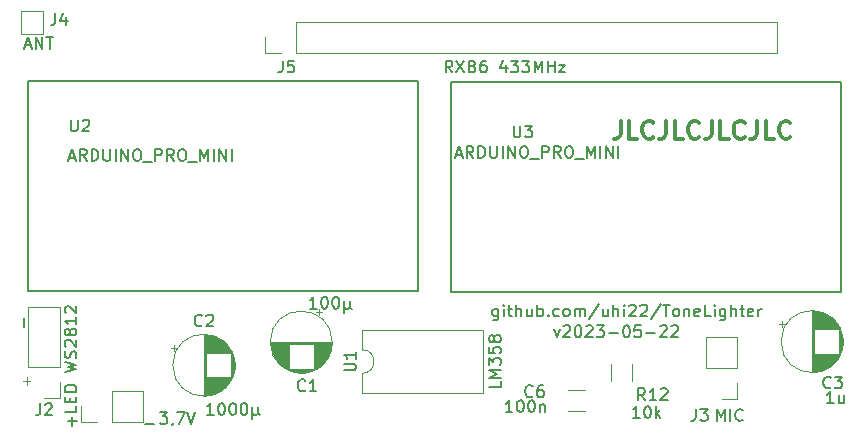
<source format=gbr>
%TF.GenerationSoftware,KiCad,Pcbnew,7.0.2*%
%TF.CreationDate,2023-05-22T23:48:16+02:00*%
%TF.ProjectId,ToneLighter,546f6e65-4c69-4676-9874-65722e6b6963,rev?*%
%TF.SameCoordinates,Original*%
%TF.FileFunction,Legend,Top*%
%TF.FilePolarity,Positive*%
%FSLAX46Y46*%
G04 Gerber Fmt 4.6, Leading zero omitted, Abs format (unit mm)*
G04 Created by KiCad (PCBNEW 7.0.2) date 2023-05-22 23:48:16*
%MOMM*%
%LPD*%
G01*
G04 APERTURE LIST*
%ADD10C,0.150000*%
%ADD11C,0.100000*%
%ADD12C,0.300000*%
%ADD13C,0.120000*%
%ADD14C,0.127000*%
G04 APERTURE END LIST*
D10*
X68496666Y-60738095D02*
X68496666Y-61500000D01*
X79511904Y-69746666D02*
X78750000Y-69746666D01*
D11*
X68440476Y-66097333D02*
X69050000Y-66097333D01*
X68745238Y-66402095D02*
X68745238Y-65792571D01*
D10*
X73011904Y-69496666D02*
X72250000Y-69496666D01*
X72630952Y-69877619D02*
X72630952Y-69115714D01*
D12*
X119035714Y-44066428D02*
X119035714Y-45137857D01*
X119035714Y-45137857D02*
X118964285Y-45352142D01*
X118964285Y-45352142D02*
X118821428Y-45495000D01*
X118821428Y-45495000D02*
X118607142Y-45566428D01*
X118607142Y-45566428D02*
X118464285Y-45566428D01*
X120464285Y-45566428D02*
X119749999Y-45566428D01*
X119749999Y-45566428D02*
X119749999Y-44066428D01*
X121821428Y-45423571D02*
X121750000Y-45495000D01*
X121750000Y-45495000D02*
X121535714Y-45566428D01*
X121535714Y-45566428D02*
X121392857Y-45566428D01*
X121392857Y-45566428D02*
X121178571Y-45495000D01*
X121178571Y-45495000D02*
X121035714Y-45352142D01*
X121035714Y-45352142D02*
X120964285Y-45209285D01*
X120964285Y-45209285D02*
X120892857Y-44923571D01*
X120892857Y-44923571D02*
X120892857Y-44709285D01*
X120892857Y-44709285D02*
X120964285Y-44423571D01*
X120964285Y-44423571D02*
X121035714Y-44280714D01*
X121035714Y-44280714D02*
X121178571Y-44137857D01*
X121178571Y-44137857D02*
X121392857Y-44066428D01*
X121392857Y-44066428D02*
X121535714Y-44066428D01*
X121535714Y-44066428D02*
X121750000Y-44137857D01*
X121750000Y-44137857D02*
X121821428Y-44209285D01*
X122892857Y-44066428D02*
X122892857Y-45137857D01*
X122892857Y-45137857D02*
X122821428Y-45352142D01*
X122821428Y-45352142D02*
X122678571Y-45495000D01*
X122678571Y-45495000D02*
X122464285Y-45566428D01*
X122464285Y-45566428D02*
X122321428Y-45566428D01*
X124321428Y-45566428D02*
X123607142Y-45566428D01*
X123607142Y-45566428D02*
X123607142Y-44066428D01*
X125678571Y-45423571D02*
X125607143Y-45495000D01*
X125607143Y-45495000D02*
X125392857Y-45566428D01*
X125392857Y-45566428D02*
X125250000Y-45566428D01*
X125250000Y-45566428D02*
X125035714Y-45495000D01*
X125035714Y-45495000D02*
X124892857Y-45352142D01*
X124892857Y-45352142D02*
X124821428Y-45209285D01*
X124821428Y-45209285D02*
X124750000Y-44923571D01*
X124750000Y-44923571D02*
X124750000Y-44709285D01*
X124750000Y-44709285D02*
X124821428Y-44423571D01*
X124821428Y-44423571D02*
X124892857Y-44280714D01*
X124892857Y-44280714D02*
X125035714Y-44137857D01*
X125035714Y-44137857D02*
X125250000Y-44066428D01*
X125250000Y-44066428D02*
X125392857Y-44066428D01*
X125392857Y-44066428D02*
X125607143Y-44137857D01*
X125607143Y-44137857D02*
X125678571Y-44209285D01*
X126750000Y-44066428D02*
X126750000Y-45137857D01*
X126750000Y-45137857D02*
X126678571Y-45352142D01*
X126678571Y-45352142D02*
X126535714Y-45495000D01*
X126535714Y-45495000D02*
X126321428Y-45566428D01*
X126321428Y-45566428D02*
X126178571Y-45566428D01*
X128178571Y-45566428D02*
X127464285Y-45566428D01*
X127464285Y-45566428D02*
X127464285Y-44066428D01*
X129535714Y-45423571D02*
X129464286Y-45495000D01*
X129464286Y-45495000D02*
X129250000Y-45566428D01*
X129250000Y-45566428D02*
X129107143Y-45566428D01*
X129107143Y-45566428D02*
X128892857Y-45495000D01*
X128892857Y-45495000D02*
X128750000Y-45352142D01*
X128750000Y-45352142D02*
X128678571Y-45209285D01*
X128678571Y-45209285D02*
X128607143Y-44923571D01*
X128607143Y-44923571D02*
X128607143Y-44709285D01*
X128607143Y-44709285D02*
X128678571Y-44423571D01*
X128678571Y-44423571D02*
X128750000Y-44280714D01*
X128750000Y-44280714D02*
X128892857Y-44137857D01*
X128892857Y-44137857D02*
X129107143Y-44066428D01*
X129107143Y-44066428D02*
X129250000Y-44066428D01*
X129250000Y-44066428D02*
X129464286Y-44137857D01*
X129464286Y-44137857D02*
X129535714Y-44209285D01*
X130607143Y-44066428D02*
X130607143Y-45137857D01*
X130607143Y-45137857D02*
X130535714Y-45352142D01*
X130535714Y-45352142D02*
X130392857Y-45495000D01*
X130392857Y-45495000D02*
X130178571Y-45566428D01*
X130178571Y-45566428D02*
X130035714Y-45566428D01*
X132035714Y-45566428D02*
X131321428Y-45566428D01*
X131321428Y-45566428D02*
X131321428Y-44066428D01*
X133392857Y-45423571D02*
X133321429Y-45495000D01*
X133321429Y-45495000D02*
X133107143Y-45566428D01*
X133107143Y-45566428D02*
X132964286Y-45566428D01*
X132964286Y-45566428D02*
X132750000Y-45495000D01*
X132750000Y-45495000D02*
X132607143Y-45352142D01*
X132607143Y-45352142D02*
X132535714Y-45209285D01*
X132535714Y-45209285D02*
X132464286Y-44923571D01*
X132464286Y-44923571D02*
X132464286Y-44709285D01*
X132464286Y-44709285D02*
X132535714Y-44423571D01*
X132535714Y-44423571D02*
X132607143Y-44280714D01*
X132607143Y-44280714D02*
X132750000Y-44137857D01*
X132750000Y-44137857D02*
X132964286Y-44066428D01*
X132964286Y-44066428D02*
X133107143Y-44066428D01*
X133107143Y-44066428D02*
X133321429Y-44137857D01*
X133321429Y-44137857D02*
X133392857Y-44209285D01*
D10*
X113392857Y-61710952D02*
X113630952Y-62377619D01*
X113630952Y-62377619D02*
X113869047Y-61710952D01*
X114202381Y-61472857D02*
X114250000Y-61425238D01*
X114250000Y-61425238D02*
X114345238Y-61377619D01*
X114345238Y-61377619D02*
X114583333Y-61377619D01*
X114583333Y-61377619D02*
X114678571Y-61425238D01*
X114678571Y-61425238D02*
X114726190Y-61472857D01*
X114726190Y-61472857D02*
X114773809Y-61568095D01*
X114773809Y-61568095D02*
X114773809Y-61663333D01*
X114773809Y-61663333D02*
X114726190Y-61806190D01*
X114726190Y-61806190D02*
X114154762Y-62377619D01*
X114154762Y-62377619D02*
X114773809Y-62377619D01*
X115392857Y-61377619D02*
X115488095Y-61377619D01*
X115488095Y-61377619D02*
X115583333Y-61425238D01*
X115583333Y-61425238D02*
X115630952Y-61472857D01*
X115630952Y-61472857D02*
X115678571Y-61568095D01*
X115678571Y-61568095D02*
X115726190Y-61758571D01*
X115726190Y-61758571D02*
X115726190Y-61996666D01*
X115726190Y-61996666D02*
X115678571Y-62187142D01*
X115678571Y-62187142D02*
X115630952Y-62282380D01*
X115630952Y-62282380D02*
X115583333Y-62330000D01*
X115583333Y-62330000D02*
X115488095Y-62377619D01*
X115488095Y-62377619D02*
X115392857Y-62377619D01*
X115392857Y-62377619D02*
X115297619Y-62330000D01*
X115297619Y-62330000D02*
X115250000Y-62282380D01*
X115250000Y-62282380D02*
X115202381Y-62187142D01*
X115202381Y-62187142D02*
X115154762Y-61996666D01*
X115154762Y-61996666D02*
X115154762Y-61758571D01*
X115154762Y-61758571D02*
X115202381Y-61568095D01*
X115202381Y-61568095D02*
X115250000Y-61472857D01*
X115250000Y-61472857D02*
X115297619Y-61425238D01*
X115297619Y-61425238D02*
X115392857Y-61377619D01*
X116107143Y-61472857D02*
X116154762Y-61425238D01*
X116154762Y-61425238D02*
X116250000Y-61377619D01*
X116250000Y-61377619D02*
X116488095Y-61377619D01*
X116488095Y-61377619D02*
X116583333Y-61425238D01*
X116583333Y-61425238D02*
X116630952Y-61472857D01*
X116630952Y-61472857D02*
X116678571Y-61568095D01*
X116678571Y-61568095D02*
X116678571Y-61663333D01*
X116678571Y-61663333D02*
X116630952Y-61806190D01*
X116630952Y-61806190D02*
X116059524Y-62377619D01*
X116059524Y-62377619D02*
X116678571Y-62377619D01*
X117011905Y-61377619D02*
X117630952Y-61377619D01*
X117630952Y-61377619D02*
X117297619Y-61758571D01*
X117297619Y-61758571D02*
X117440476Y-61758571D01*
X117440476Y-61758571D02*
X117535714Y-61806190D01*
X117535714Y-61806190D02*
X117583333Y-61853809D01*
X117583333Y-61853809D02*
X117630952Y-61949047D01*
X117630952Y-61949047D02*
X117630952Y-62187142D01*
X117630952Y-62187142D02*
X117583333Y-62282380D01*
X117583333Y-62282380D02*
X117535714Y-62330000D01*
X117535714Y-62330000D02*
X117440476Y-62377619D01*
X117440476Y-62377619D02*
X117154762Y-62377619D01*
X117154762Y-62377619D02*
X117059524Y-62330000D01*
X117059524Y-62330000D02*
X117011905Y-62282380D01*
X118059524Y-61996666D02*
X118821429Y-61996666D01*
X119488095Y-61377619D02*
X119583333Y-61377619D01*
X119583333Y-61377619D02*
X119678571Y-61425238D01*
X119678571Y-61425238D02*
X119726190Y-61472857D01*
X119726190Y-61472857D02*
X119773809Y-61568095D01*
X119773809Y-61568095D02*
X119821428Y-61758571D01*
X119821428Y-61758571D02*
X119821428Y-61996666D01*
X119821428Y-61996666D02*
X119773809Y-62187142D01*
X119773809Y-62187142D02*
X119726190Y-62282380D01*
X119726190Y-62282380D02*
X119678571Y-62330000D01*
X119678571Y-62330000D02*
X119583333Y-62377619D01*
X119583333Y-62377619D02*
X119488095Y-62377619D01*
X119488095Y-62377619D02*
X119392857Y-62330000D01*
X119392857Y-62330000D02*
X119345238Y-62282380D01*
X119345238Y-62282380D02*
X119297619Y-62187142D01*
X119297619Y-62187142D02*
X119250000Y-61996666D01*
X119250000Y-61996666D02*
X119250000Y-61758571D01*
X119250000Y-61758571D02*
X119297619Y-61568095D01*
X119297619Y-61568095D02*
X119345238Y-61472857D01*
X119345238Y-61472857D02*
X119392857Y-61425238D01*
X119392857Y-61425238D02*
X119488095Y-61377619D01*
X120726190Y-61377619D02*
X120250000Y-61377619D01*
X120250000Y-61377619D02*
X120202381Y-61853809D01*
X120202381Y-61853809D02*
X120250000Y-61806190D01*
X120250000Y-61806190D02*
X120345238Y-61758571D01*
X120345238Y-61758571D02*
X120583333Y-61758571D01*
X120583333Y-61758571D02*
X120678571Y-61806190D01*
X120678571Y-61806190D02*
X120726190Y-61853809D01*
X120726190Y-61853809D02*
X120773809Y-61949047D01*
X120773809Y-61949047D02*
X120773809Y-62187142D01*
X120773809Y-62187142D02*
X120726190Y-62282380D01*
X120726190Y-62282380D02*
X120678571Y-62330000D01*
X120678571Y-62330000D02*
X120583333Y-62377619D01*
X120583333Y-62377619D02*
X120345238Y-62377619D01*
X120345238Y-62377619D02*
X120250000Y-62330000D01*
X120250000Y-62330000D02*
X120202381Y-62282380D01*
X121202381Y-61996666D02*
X121964286Y-61996666D01*
X122392857Y-61472857D02*
X122440476Y-61425238D01*
X122440476Y-61425238D02*
X122535714Y-61377619D01*
X122535714Y-61377619D02*
X122773809Y-61377619D01*
X122773809Y-61377619D02*
X122869047Y-61425238D01*
X122869047Y-61425238D02*
X122916666Y-61472857D01*
X122916666Y-61472857D02*
X122964285Y-61568095D01*
X122964285Y-61568095D02*
X122964285Y-61663333D01*
X122964285Y-61663333D02*
X122916666Y-61806190D01*
X122916666Y-61806190D02*
X122345238Y-62377619D01*
X122345238Y-62377619D02*
X122964285Y-62377619D01*
X123345238Y-61472857D02*
X123392857Y-61425238D01*
X123392857Y-61425238D02*
X123488095Y-61377619D01*
X123488095Y-61377619D02*
X123726190Y-61377619D01*
X123726190Y-61377619D02*
X123821428Y-61425238D01*
X123821428Y-61425238D02*
X123869047Y-61472857D01*
X123869047Y-61472857D02*
X123916666Y-61568095D01*
X123916666Y-61568095D02*
X123916666Y-61663333D01*
X123916666Y-61663333D02*
X123869047Y-61806190D01*
X123869047Y-61806190D02*
X123297619Y-62377619D01*
X123297619Y-62377619D02*
X123916666Y-62377619D01*
X108666666Y-59960952D02*
X108666666Y-60770476D01*
X108666666Y-60770476D02*
X108619047Y-60865714D01*
X108619047Y-60865714D02*
X108571428Y-60913333D01*
X108571428Y-60913333D02*
X108476190Y-60960952D01*
X108476190Y-60960952D02*
X108333333Y-60960952D01*
X108333333Y-60960952D02*
X108238095Y-60913333D01*
X108666666Y-60580000D02*
X108571428Y-60627619D01*
X108571428Y-60627619D02*
X108380952Y-60627619D01*
X108380952Y-60627619D02*
X108285714Y-60580000D01*
X108285714Y-60580000D02*
X108238095Y-60532380D01*
X108238095Y-60532380D02*
X108190476Y-60437142D01*
X108190476Y-60437142D02*
X108190476Y-60151428D01*
X108190476Y-60151428D02*
X108238095Y-60056190D01*
X108238095Y-60056190D02*
X108285714Y-60008571D01*
X108285714Y-60008571D02*
X108380952Y-59960952D01*
X108380952Y-59960952D02*
X108571428Y-59960952D01*
X108571428Y-59960952D02*
X108666666Y-60008571D01*
X109142857Y-60627619D02*
X109142857Y-59960952D01*
X109142857Y-59627619D02*
X109095238Y-59675238D01*
X109095238Y-59675238D02*
X109142857Y-59722857D01*
X109142857Y-59722857D02*
X109190476Y-59675238D01*
X109190476Y-59675238D02*
X109142857Y-59627619D01*
X109142857Y-59627619D02*
X109142857Y-59722857D01*
X109476190Y-59960952D02*
X109857142Y-59960952D01*
X109619047Y-59627619D02*
X109619047Y-60484761D01*
X109619047Y-60484761D02*
X109666666Y-60580000D01*
X109666666Y-60580000D02*
X109761904Y-60627619D01*
X109761904Y-60627619D02*
X109857142Y-60627619D01*
X110190476Y-60627619D02*
X110190476Y-59627619D01*
X110619047Y-60627619D02*
X110619047Y-60103809D01*
X110619047Y-60103809D02*
X110571428Y-60008571D01*
X110571428Y-60008571D02*
X110476190Y-59960952D01*
X110476190Y-59960952D02*
X110333333Y-59960952D01*
X110333333Y-59960952D02*
X110238095Y-60008571D01*
X110238095Y-60008571D02*
X110190476Y-60056190D01*
X111523809Y-59960952D02*
X111523809Y-60627619D01*
X111095238Y-59960952D02*
X111095238Y-60484761D01*
X111095238Y-60484761D02*
X111142857Y-60580000D01*
X111142857Y-60580000D02*
X111238095Y-60627619D01*
X111238095Y-60627619D02*
X111380952Y-60627619D01*
X111380952Y-60627619D02*
X111476190Y-60580000D01*
X111476190Y-60580000D02*
X111523809Y-60532380D01*
X112000000Y-60627619D02*
X112000000Y-59627619D01*
X112000000Y-60008571D02*
X112095238Y-59960952D01*
X112095238Y-59960952D02*
X112285714Y-59960952D01*
X112285714Y-59960952D02*
X112380952Y-60008571D01*
X112380952Y-60008571D02*
X112428571Y-60056190D01*
X112428571Y-60056190D02*
X112476190Y-60151428D01*
X112476190Y-60151428D02*
X112476190Y-60437142D01*
X112476190Y-60437142D02*
X112428571Y-60532380D01*
X112428571Y-60532380D02*
X112380952Y-60580000D01*
X112380952Y-60580000D02*
X112285714Y-60627619D01*
X112285714Y-60627619D02*
X112095238Y-60627619D01*
X112095238Y-60627619D02*
X112000000Y-60580000D01*
X112904762Y-60532380D02*
X112952381Y-60580000D01*
X112952381Y-60580000D02*
X112904762Y-60627619D01*
X112904762Y-60627619D02*
X112857143Y-60580000D01*
X112857143Y-60580000D02*
X112904762Y-60532380D01*
X112904762Y-60532380D02*
X112904762Y-60627619D01*
X113809523Y-60580000D02*
X113714285Y-60627619D01*
X113714285Y-60627619D02*
X113523809Y-60627619D01*
X113523809Y-60627619D02*
X113428571Y-60580000D01*
X113428571Y-60580000D02*
X113380952Y-60532380D01*
X113380952Y-60532380D02*
X113333333Y-60437142D01*
X113333333Y-60437142D02*
X113333333Y-60151428D01*
X113333333Y-60151428D02*
X113380952Y-60056190D01*
X113380952Y-60056190D02*
X113428571Y-60008571D01*
X113428571Y-60008571D02*
X113523809Y-59960952D01*
X113523809Y-59960952D02*
X113714285Y-59960952D01*
X113714285Y-59960952D02*
X113809523Y-60008571D01*
X114380952Y-60627619D02*
X114285714Y-60580000D01*
X114285714Y-60580000D02*
X114238095Y-60532380D01*
X114238095Y-60532380D02*
X114190476Y-60437142D01*
X114190476Y-60437142D02*
X114190476Y-60151428D01*
X114190476Y-60151428D02*
X114238095Y-60056190D01*
X114238095Y-60056190D02*
X114285714Y-60008571D01*
X114285714Y-60008571D02*
X114380952Y-59960952D01*
X114380952Y-59960952D02*
X114523809Y-59960952D01*
X114523809Y-59960952D02*
X114619047Y-60008571D01*
X114619047Y-60008571D02*
X114666666Y-60056190D01*
X114666666Y-60056190D02*
X114714285Y-60151428D01*
X114714285Y-60151428D02*
X114714285Y-60437142D01*
X114714285Y-60437142D02*
X114666666Y-60532380D01*
X114666666Y-60532380D02*
X114619047Y-60580000D01*
X114619047Y-60580000D02*
X114523809Y-60627619D01*
X114523809Y-60627619D02*
X114380952Y-60627619D01*
X115142857Y-60627619D02*
X115142857Y-59960952D01*
X115142857Y-60056190D02*
X115190476Y-60008571D01*
X115190476Y-60008571D02*
X115285714Y-59960952D01*
X115285714Y-59960952D02*
X115428571Y-59960952D01*
X115428571Y-59960952D02*
X115523809Y-60008571D01*
X115523809Y-60008571D02*
X115571428Y-60103809D01*
X115571428Y-60103809D02*
X115571428Y-60627619D01*
X115571428Y-60103809D02*
X115619047Y-60008571D01*
X115619047Y-60008571D02*
X115714285Y-59960952D01*
X115714285Y-59960952D02*
X115857142Y-59960952D01*
X115857142Y-59960952D02*
X115952381Y-60008571D01*
X115952381Y-60008571D02*
X116000000Y-60103809D01*
X116000000Y-60103809D02*
X116000000Y-60627619D01*
X117190475Y-59580000D02*
X116333333Y-60865714D01*
X117952380Y-59960952D02*
X117952380Y-60627619D01*
X117523809Y-59960952D02*
X117523809Y-60484761D01*
X117523809Y-60484761D02*
X117571428Y-60580000D01*
X117571428Y-60580000D02*
X117666666Y-60627619D01*
X117666666Y-60627619D02*
X117809523Y-60627619D01*
X117809523Y-60627619D02*
X117904761Y-60580000D01*
X117904761Y-60580000D02*
X117952380Y-60532380D01*
X118428571Y-60627619D02*
X118428571Y-59627619D01*
X118857142Y-60627619D02*
X118857142Y-60103809D01*
X118857142Y-60103809D02*
X118809523Y-60008571D01*
X118809523Y-60008571D02*
X118714285Y-59960952D01*
X118714285Y-59960952D02*
X118571428Y-59960952D01*
X118571428Y-59960952D02*
X118476190Y-60008571D01*
X118476190Y-60008571D02*
X118428571Y-60056190D01*
X119333333Y-60627619D02*
X119333333Y-59960952D01*
X119333333Y-59627619D02*
X119285714Y-59675238D01*
X119285714Y-59675238D02*
X119333333Y-59722857D01*
X119333333Y-59722857D02*
X119380952Y-59675238D01*
X119380952Y-59675238D02*
X119333333Y-59627619D01*
X119333333Y-59627619D02*
X119333333Y-59722857D01*
X119761904Y-59722857D02*
X119809523Y-59675238D01*
X119809523Y-59675238D02*
X119904761Y-59627619D01*
X119904761Y-59627619D02*
X120142856Y-59627619D01*
X120142856Y-59627619D02*
X120238094Y-59675238D01*
X120238094Y-59675238D02*
X120285713Y-59722857D01*
X120285713Y-59722857D02*
X120333332Y-59818095D01*
X120333332Y-59818095D02*
X120333332Y-59913333D01*
X120333332Y-59913333D02*
X120285713Y-60056190D01*
X120285713Y-60056190D02*
X119714285Y-60627619D01*
X119714285Y-60627619D02*
X120333332Y-60627619D01*
X120714285Y-59722857D02*
X120761904Y-59675238D01*
X120761904Y-59675238D02*
X120857142Y-59627619D01*
X120857142Y-59627619D02*
X121095237Y-59627619D01*
X121095237Y-59627619D02*
X121190475Y-59675238D01*
X121190475Y-59675238D02*
X121238094Y-59722857D01*
X121238094Y-59722857D02*
X121285713Y-59818095D01*
X121285713Y-59818095D02*
X121285713Y-59913333D01*
X121285713Y-59913333D02*
X121238094Y-60056190D01*
X121238094Y-60056190D02*
X120666666Y-60627619D01*
X120666666Y-60627619D02*
X121285713Y-60627619D01*
X122428570Y-59580000D02*
X121571428Y-60865714D01*
X122619047Y-59627619D02*
X123190475Y-59627619D01*
X122904761Y-60627619D02*
X122904761Y-59627619D01*
X123666666Y-60627619D02*
X123571428Y-60580000D01*
X123571428Y-60580000D02*
X123523809Y-60532380D01*
X123523809Y-60532380D02*
X123476190Y-60437142D01*
X123476190Y-60437142D02*
X123476190Y-60151428D01*
X123476190Y-60151428D02*
X123523809Y-60056190D01*
X123523809Y-60056190D02*
X123571428Y-60008571D01*
X123571428Y-60008571D02*
X123666666Y-59960952D01*
X123666666Y-59960952D02*
X123809523Y-59960952D01*
X123809523Y-59960952D02*
X123904761Y-60008571D01*
X123904761Y-60008571D02*
X123952380Y-60056190D01*
X123952380Y-60056190D02*
X123999999Y-60151428D01*
X123999999Y-60151428D02*
X123999999Y-60437142D01*
X123999999Y-60437142D02*
X123952380Y-60532380D01*
X123952380Y-60532380D02*
X123904761Y-60580000D01*
X123904761Y-60580000D02*
X123809523Y-60627619D01*
X123809523Y-60627619D02*
X123666666Y-60627619D01*
X124428571Y-59960952D02*
X124428571Y-60627619D01*
X124428571Y-60056190D02*
X124476190Y-60008571D01*
X124476190Y-60008571D02*
X124571428Y-59960952D01*
X124571428Y-59960952D02*
X124714285Y-59960952D01*
X124714285Y-59960952D02*
X124809523Y-60008571D01*
X124809523Y-60008571D02*
X124857142Y-60103809D01*
X124857142Y-60103809D02*
X124857142Y-60627619D01*
X125714285Y-60580000D02*
X125619047Y-60627619D01*
X125619047Y-60627619D02*
X125428571Y-60627619D01*
X125428571Y-60627619D02*
X125333333Y-60580000D01*
X125333333Y-60580000D02*
X125285714Y-60484761D01*
X125285714Y-60484761D02*
X125285714Y-60103809D01*
X125285714Y-60103809D02*
X125333333Y-60008571D01*
X125333333Y-60008571D02*
X125428571Y-59960952D01*
X125428571Y-59960952D02*
X125619047Y-59960952D01*
X125619047Y-59960952D02*
X125714285Y-60008571D01*
X125714285Y-60008571D02*
X125761904Y-60103809D01*
X125761904Y-60103809D02*
X125761904Y-60199047D01*
X125761904Y-60199047D02*
X125285714Y-60294285D01*
X126666666Y-60627619D02*
X126190476Y-60627619D01*
X126190476Y-60627619D02*
X126190476Y-59627619D01*
X127000000Y-60627619D02*
X127000000Y-59960952D01*
X127000000Y-59627619D02*
X126952381Y-59675238D01*
X126952381Y-59675238D02*
X127000000Y-59722857D01*
X127000000Y-59722857D02*
X127047619Y-59675238D01*
X127047619Y-59675238D02*
X127000000Y-59627619D01*
X127000000Y-59627619D02*
X127000000Y-59722857D01*
X127904761Y-59960952D02*
X127904761Y-60770476D01*
X127904761Y-60770476D02*
X127857142Y-60865714D01*
X127857142Y-60865714D02*
X127809523Y-60913333D01*
X127809523Y-60913333D02*
X127714285Y-60960952D01*
X127714285Y-60960952D02*
X127571428Y-60960952D01*
X127571428Y-60960952D02*
X127476190Y-60913333D01*
X127904761Y-60580000D02*
X127809523Y-60627619D01*
X127809523Y-60627619D02*
X127619047Y-60627619D01*
X127619047Y-60627619D02*
X127523809Y-60580000D01*
X127523809Y-60580000D02*
X127476190Y-60532380D01*
X127476190Y-60532380D02*
X127428571Y-60437142D01*
X127428571Y-60437142D02*
X127428571Y-60151428D01*
X127428571Y-60151428D02*
X127476190Y-60056190D01*
X127476190Y-60056190D02*
X127523809Y-60008571D01*
X127523809Y-60008571D02*
X127619047Y-59960952D01*
X127619047Y-59960952D02*
X127809523Y-59960952D01*
X127809523Y-59960952D02*
X127904761Y-60008571D01*
X128380952Y-60627619D02*
X128380952Y-59627619D01*
X128809523Y-60627619D02*
X128809523Y-60103809D01*
X128809523Y-60103809D02*
X128761904Y-60008571D01*
X128761904Y-60008571D02*
X128666666Y-59960952D01*
X128666666Y-59960952D02*
X128523809Y-59960952D01*
X128523809Y-59960952D02*
X128428571Y-60008571D01*
X128428571Y-60008571D02*
X128380952Y-60056190D01*
X129142857Y-59960952D02*
X129523809Y-59960952D01*
X129285714Y-59627619D02*
X129285714Y-60484761D01*
X129285714Y-60484761D02*
X129333333Y-60580000D01*
X129333333Y-60580000D02*
X129428571Y-60627619D01*
X129428571Y-60627619D02*
X129523809Y-60627619D01*
X130238095Y-60580000D02*
X130142857Y-60627619D01*
X130142857Y-60627619D02*
X129952381Y-60627619D01*
X129952381Y-60627619D02*
X129857143Y-60580000D01*
X129857143Y-60580000D02*
X129809524Y-60484761D01*
X129809524Y-60484761D02*
X129809524Y-60103809D01*
X129809524Y-60103809D02*
X129857143Y-60008571D01*
X129857143Y-60008571D02*
X129952381Y-59960952D01*
X129952381Y-59960952D02*
X130142857Y-59960952D01*
X130142857Y-59960952D02*
X130238095Y-60008571D01*
X130238095Y-60008571D02*
X130285714Y-60103809D01*
X130285714Y-60103809D02*
X130285714Y-60199047D01*
X130285714Y-60199047D02*
X129809524Y-60294285D01*
X130714286Y-60627619D02*
X130714286Y-59960952D01*
X130714286Y-60151428D02*
X130761905Y-60056190D01*
X130761905Y-60056190D02*
X130809524Y-60008571D01*
X130809524Y-60008571D02*
X130904762Y-59960952D01*
X130904762Y-59960952D02*
X131000000Y-59960952D01*
%TO.C,C2*%
X83583333Y-61367380D02*
X83535714Y-61415000D01*
X83535714Y-61415000D02*
X83392857Y-61462619D01*
X83392857Y-61462619D02*
X83297619Y-61462619D01*
X83297619Y-61462619D02*
X83154762Y-61415000D01*
X83154762Y-61415000D02*
X83059524Y-61319761D01*
X83059524Y-61319761D02*
X83011905Y-61224523D01*
X83011905Y-61224523D02*
X82964286Y-61034047D01*
X82964286Y-61034047D02*
X82964286Y-60891190D01*
X82964286Y-60891190D02*
X83011905Y-60700714D01*
X83011905Y-60700714D02*
X83059524Y-60605476D01*
X83059524Y-60605476D02*
X83154762Y-60510238D01*
X83154762Y-60510238D02*
X83297619Y-60462619D01*
X83297619Y-60462619D02*
X83392857Y-60462619D01*
X83392857Y-60462619D02*
X83535714Y-60510238D01*
X83535714Y-60510238D02*
X83583333Y-60557857D01*
X83964286Y-60557857D02*
X84011905Y-60510238D01*
X84011905Y-60510238D02*
X84107143Y-60462619D01*
X84107143Y-60462619D02*
X84345238Y-60462619D01*
X84345238Y-60462619D02*
X84440476Y-60510238D01*
X84440476Y-60510238D02*
X84488095Y-60557857D01*
X84488095Y-60557857D02*
X84535714Y-60653095D01*
X84535714Y-60653095D02*
X84535714Y-60748333D01*
X84535714Y-60748333D02*
X84488095Y-60891190D01*
X84488095Y-60891190D02*
X83916667Y-61462619D01*
X83916667Y-61462619D02*
X84535714Y-61462619D01*
X84583333Y-68962619D02*
X84011905Y-68962619D01*
X84297619Y-68962619D02*
X84297619Y-67962619D01*
X84297619Y-67962619D02*
X84202381Y-68105476D01*
X84202381Y-68105476D02*
X84107143Y-68200714D01*
X84107143Y-68200714D02*
X84011905Y-68248333D01*
X85202381Y-67962619D02*
X85297619Y-67962619D01*
X85297619Y-67962619D02*
X85392857Y-68010238D01*
X85392857Y-68010238D02*
X85440476Y-68057857D01*
X85440476Y-68057857D02*
X85488095Y-68153095D01*
X85488095Y-68153095D02*
X85535714Y-68343571D01*
X85535714Y-68343571D02*
X85535714Y-68581666D01*
X85535714Y-68581666D02*
X85488095Y-68772142D01*
X85488095Y-68772142D02*
X85440476Y-68867380D01*
X85440476Y-68867380D02*
X85392857Y-68915000D01*
X85392857Y-68915000D02*
X85297619Y-68962619D01*
X85297619Y-68962619D02*
X85202381Y-68962619D01*
X85202381Y-68962619D02*
X85107143Y-68915000D01*
X85107143Y-68915000D02*
X85059524Y-68867380D01*
X85059524Y-68867380D02*
X85011905Y-68772142D01*
X85011905Y-68772142D02*
X84964286Y-68581666D01*
X84964286Y-68581666D02*
X84964286Y-68343571D01*
X84964286Y-68343571D02*
X85011905Y-68153095D01*
X85011905Y-68153095D02*
X85059524Y-68057857D01*
X85059524Y-68057857D02*
X85107143Y-68010238D01*
X85107143Y-68010238D02*
X85202381Y-67962619D01*
X86154762Y-67962619D02*
X86250000Y-67962619D01*
X86250000Y-67962619D02*
X86345238Y-68010238D01*
X86345238Y-68010238D02*
X86392857Y-68057857D01*
X86392857Y-68057857D02*
X86440476Y-68153095D01*
X86440476Y-68153095D02*
X86488095Y-68343571D01*
X86488095Y-68343571D02*
X86488095Y-68581666D01*
X86488095Y-68581666D02*
X86440476Y-68772142D01*
X86440476Y-68772142D02*
X86392857Y-68867380D01*
X86392857Y-68867380D02*
X86345238Y-68915000D01*
X86345238Y-68915000D02*
X86250000Y-68962619D01*
X86250000Y-68962619D02*
X86154762Y-68962619D01*
X86154762Y-68962619D02*
X86059524Y-68915000D01*
X86059524Y-68915000D02*
X86011905Y-68867380D01*
X86011905Y-68867380D02*
X85964286Y-68772142D01*
X85964286Y-68772142D02*
X85916667Y-68581666D01*
X85916667Y-68581666D02*
X85916667Y-68343571D01*
X85916667Y-68343571D02*
X85964286Y-68153095D01*
X85964286Y-68153095D02*
X86011905Y-68057857D01*
X86011905Y-68057857D02*
X86059524Y-68010238D01*
X86059524Y-68010238D02*
X86154762Y-67962619D01*
X87107143Y-67962619D02*
X87202381Y-67962619D01*
X87202381Y-67962619D02*
X87297619Y-68010238D01*
X87297619Y-68010238D02*
X87345238Y-68057857D01*
X87345238Y-68057857D02*
X87392857Y-68153095D01*
X87392857Y-68153095D02*
X87440476Y-68343571D01*
X87440476Y-68343571D02*
X87440476Y-68581666D01*
X87440476Y-68581666D02*
X87392857Y-68772142D01*
X87392857Y-68772142D02*
X87345238Y-68867380D01*
X87345238Y-68867380D02*
X87297619Y-68915000D01*
X87297619Y-68915000D02*
X87202381Y-68962619D01*
X87202381Y-68962619D02*
X87107143Y-68962619D01*
X87107143Y-68962619D02*
X87011905Y-68915000D01*
X87011905Y-68915000D02*
X86964286Y-68867380D01*
X86964286Y-68867380D02*
X86916667Y-68772142D01*
X86916667Y-68772142D02*
X86869048Y-68581666D01*
X86869048Y-68581666D02*
X86869048Y-68343571D01*
X86869048Y-68343571D02*
X86916667Y-68153095D01*
X86916667Y-68153095D02*
X86964286Y-68057857D01*
X86964286Y-68057857D02*
X87011905Y-68010238D01*
X87011905Y-68010238D02*
X87107143Y-67962619D01*
X87869048Y-68295952D02*
X87869048Y-69295952D01*
X88345238Y-68819761D02*
X88392857Y-68915000D01*
X88392857Y-68915000D02*
X88488095Y-68962619D01*
X87869048Y-68819761D02*
X87916667Y-68915000D01*
X87916667Y-68915000D02*
X88011905Y-68962619D01*
X88011905Y-68962619D02*
X88202381Y-68962619D01*
X88202381Y-68962619D02*
X88297619Y-68915000D01*
X88297619Y-68915000D02*
X88345238Y-68819761D01*
X88345238Y-68819761D02*
X88345238Y-68295952D01*
%TO.C,U3*%
X109988095Y-44462619D02*
X109988095Y-45272142D01*
X109988095Y-45272142D02*
X110035714Y-45367380D01*
X110035714Y-45367380D02*
X110083333Y-45415000D01*
X110083333Y-45415000D02*
X110178571Y-45462619D01*
X110178571Y-45462619D02*
X110369047Y-45462619D01*
X110369047Y-45462619D02*
X110464285Y-45415000D01*
X110464285Y-45415000D02*
X110511904Y-45367380D01*
X110511904Y-45367380D02*
X110559523Y-45272142D01*
X110559523Y-45272142D02*
X110559523Y-44462619D01*
X110940476Y-44462619D02*
X111559523Y-44462619D01*
X111559523Y-44462619D02*
X111226190Y-44843571D01*
X111226190Y-44843571D02*
X111369047Y-44843571D01*
X111369047Y-44843571D02*
X111464285Y-44891190D01*
X111464285Y-44891190D02*
X111511904Y-44938809D01*
X111511904Y-44938809D02*
X111559523Y-45034047D01*
X111559523Y-45034047D02*
X111559523Y-45272142D01*
X111559523Y-45272142D02*
X111511904Y-45367380D01*
X111511904Y-45367380D02*
X111464285Y-45415000D01*
X111464285Y-45415000D02*
X111369047Y-45462619D01*
X111369047Y-45462619D02*
X111083333Y-45462619D01*
X111083333Y-45462619D02*
X110988095Y-45415000D01*
X110988095Y-45415000D02*
X110940476Y-45367380D01*
X105095239Y-46926904D02*
X105571429Y-46926904D01*
X105000001Y-47212619D02*
X105333334Y-46212619D01*
X105333334Y-46212619D02*
X105666667Y-47212619D01*
X106571429Y-47212619D02*
X106238096Y-46736428D01*
X106000001Y-47212619D02*
X106000001Y-46212619D01*
X106000001Y-46212619D02*
X106380953Y-46212619D01*
X106380953Y-46212619D02*
X106476191Y-46260238D01*
X106476191Y-46260238D02*
X106523810Y-46307857D01*
X106523810Y-46307857D02*
X106571429Y-46403095D01*
X106571429Y-46403095D02*
X106571429Y-46545952D01*
X106571429Y-46545952D02*
X106523810Y-46641190D01*
X106523810Y-46641190D02*
X106476191Y-46688809D01*
X106476191Y-46688809D02*
X106380953Y-46736428D01*
X106380953Y-46736428D02*
X106000001Y-46736428D01*
X107000001Y-47212619D02*
X107000001Y-46212619D01*
X107000001Y-46212619D02*
X107238096Y-46212619D01*
X107238096Y-46212619D02*
X107380953Y-46260238D01*
X107380953Y-46260238D02*
X107476191Y-46355476D01*
X107476191Y-46355476D02*
X107523810Y-46450714D01*
X107523810Y-46450714D02*
X107571429Y-46641190D01*
X107571429Y-46641190D02*
X107571429Y-46784047D01*
X107571429Y-46784047D02*
X107523810Y-46974523D01*
X107523810Y-46974523D02*
X107476191Y-47069761D01*
X107476191Y-47069761D02*
X107380953Y-47165000D01*
X107380953Y-47165000D02*
X107238096Y-47212619D01*
X107238096Y-47212619D02*
X107000001Y-47212619D01*
X108000001Y-46212619D02*
X108000001Y-47022142D01*
X108000001Y-47022142D02*
X108047620Y-47117380D01*
X108047620Y-47117380D02*
X108095239Y-47165000D01*
X108095239Y-47165000D02*
X108190477Y-47212619D01*
X108190477Y-47212619D02*
X108380953Y-47212619D01*
X108380953Y-47212619D02*
X108476191Y-47165000D01*
X108476191Y-47165000D02*
X108523810Y-47117380D01*
X108523810Y-47117380D02*
X108571429Y-47022142D01*
X108571429Y-47022142D02*
X108571429Y-46212619D01*
X109047620Y-47212619D02*
X109047620Y-46212619D01*
X109523810Y-47212619D02*
X109523810Y-46212619D01*
X109523810Y-46212619D02*
X110095238Y-47212619D01*
X110095238Y-47212619D02*
X110095238Y-46212619D01*
X110761905Y-46212619D02*
X110952381Y-46212619D01*
X110952381Y-46212619D02*
X111047619Y-46260238D01*
X111047619Y-46260238D02*
X111142857Y-46355476D01*
X111142857Y-46355476D02*
X111190476Y-46545952D01*
X111190476Y-46545952D02*
X111190476Y-46879285D01*
X111190476Y-46879285D02*
X111142857Y-47069761D01*
X111142857Y-47069761D02*
X111047619Y-47165000D01*
X111047619Y-47165000D02*
X110952381Y-47212619D01*
X110952381Y-47212619D02*
X110761905Y-47212619D01*
X110761905Y-47212619D02*
X110666667Y-47165000D01*
X110666667Y-47165000D02*
X110571429Y-47069761D01*
X110571429Y-47069761D02*
X110523810Y-46879285D01*
X110523810Y-46879285D02*
X110523810Y-46545952D01*
X110523810Y-46545952D02*
X110571429Y-46355476D01*
X110571429Y-46355476D02*
X110666667Y-46260238D01*
X110666667Y-46260238D02*
X110761905Y-46212619D01*
X111380953Y-47307857D02*
X112142857Y-47307857D01*
X112380953Y-47212619D02*
X112380953Y-46212619D01*
X112380953Y-46212619D02*
X112761905Y-46212619D01*
X112761905Y-46212619D02*
X112857143Y-46260238D01*
X112857143Y-46260238D02*
X112904762Y-46307857D01*
X112904762Y-46307857D02*
X112952381Y-46403095D01*
X112952381Y-46403095D02*
X112952381Y-46545952D01*
X112952381Y-46545952D02*
X112904762Y-46641190D01*
X112904762Y-46641190D02*
X112857143Y-46688809D01*
X112857143Y-46688809D02*
X112761905Y-46736428D01*
X112761905Y-46736428D02*
X112380953Y-46736428D01*
X113952381Y-47212619D02*
X113619048Y-46736428D01*
X113380953Y-47212619D02*
X113380953Y-46212619D01*
X113380953Y-46212619D02*
X113761905Y-46212619D01*
X113761905Y-46212619D02*
X113857143Y-46260238D01*
X113857143Y-46260238D02*
X113904762Y-46307857D01*
X113904762Y-46307857D02*
X113952381Y-46403095D01*
X113952381Y-46403095D02*
X113952381Y-46545952D01*
X113952381Y-46545952D02*
X113904762Y-46641190D01*
X113904762Y-46641190D02*
X113857143Y-46688809D01*
X113857143Y-46688809D02*
X113761905Y-46736428D01*
X113761905Y-46736428D02*
X113380953Y-46736428D01*
X114571429Y-46212619D02*
X114761905Y-46212619D01*
X114761905Y-46212619D02*
X114857143Y-46260238D01*
X114857143Y-46260238D02*
X114952381Y-46355476D01*
X114952381Y-46355476D02*
X115000000Y-46545952D01*
X115000000Y-46545952D02*
X115000000Y-46879285D01*
X115000000Y-46879285D02*
X114952381Y-47069761D01*
X114952381Y-47069761D02*
X114857143Y-47165000D01*
X114857143Y-47165000D02*
X114761905Y-47212619D01*
X114761905Y-47212619D02*
X114571429Y-47212619D01*
X114571429Y-47212619D02*
X114476191Y-47165000D01*
X114476191Y-47165000D02*
X114380953Y-47069761D01*
X114380953Y-47069761D02*
X114333334Y-46879285D01*
X114333334Y-46879285D02*
X114333334Y-46545952D01*
X114333334Y-46545952D02*
X114380953Y-46355476D01*
X114380953Y-46355476D02*
X114476191Y-46260238D01*
X114476191Y-46260238D02*
X114571429Y-46212619D01*
X115190477Y-47307857D02*
X115952381Y-47307857D01*
X116190477Y-47212619D02*
X116190477Y-46212619D01*
X116190477Y-46212619D02*
X116523810Y-46926904D01*
X116523810Y-46926904D02*
X116857143Y-46212619D01*
X116857143Y-46212619D02*
X116857143Y-47212619D01*
X117333334Y-47212619D02*
X117333334Y-46212619D01*
X117809524Y-47212619D02*
X117809524Y-46212619D01*
X117809524Y-46212619D02*
X118380952Y-47212619D01*
X118380952Y-47212619D02*
X118380952Y-46212619D01*
X118857143Y-47212619D02*
X118857143Y-46212619D01*
%TO.C,U2*%
X72488095Y-43962619D02*
X72488095Y-44772142D01*
X72488095Y-44772142D02*
X72535714Y-44867380D01*
X72535714Y-44867380D02*
X72583333Y-44915000D01*
X72583333Y-44915000D02*
X72678571Y-44962619D01*
X72678571Y-44962619D02*
X72869047Y-44962619D01*
X72869047Y-44962619D02*
X72964285Y-44915000D01*
X72964285Y-44915000D02*
X73011904Y-44867380D01*
X73011904Y-44867380D02*
X73059523Y-44772142D01*
X73059523Y-44772142D02*
X73059523Y-43962619D01*
X73488095Y-44057857D02*
X73535714Y-44010238D01*
X73535714Y-44010238D02*
X73630952Y-43962619D01*
X73630952Y-43962619D02*
X73869047Y-43962619D01*
X73869047Y-43962619D02*
X73964285Y-44010238D01*
X73964285Y-44010238D02*
X74011904Y-44057857D01*
X74011904Y-44057857D02*
X74059523Y-44153095D01*
X74059523Y-44153095D02*
X74059523Y-44248333D01*
X74059523Y-44248333D02*
X74011904Y-44391190D01*
X74011904Y-44391190D02*
X73440476Y-44962619D01*
X73440476Y-44962619D02*
X74059523Y-44962619D01*
X72345239Y-47176904D02*
X72821429Y-47176904D01*
X72250001Y-47462619D02*
X72583334Y-46462619D01*
X72583334Y-46462619D02*
X72916667Y-47462619D01*
X73821429Y-47462619D02*
X73488096Y-46986428D01*
X73250001Y-47462619D02*
X73250001Y-46462619D01*
X73250001Y-46462619D02*
X73630953Y-46462619D01*
X73630953Y-46462619D02*
X73726191Y-46510238D01*
X73726191Y-46510238D02*
X73773810Y-46557857D01*
X73773810Y-46557857D02*
X73821429Y-46653095D01*
X73821429Y-46653095D02*
X73821429Y-46795952D01*
X73821429Y-46795952D02*
X73773810Y-46891190D01*
X73773810Y-46891190D02*
X73726191Y-46938809D01*
X73726191Y-46938809D02*
X73630953Y-46986428D01*
X73630953Y-46986428D02*
X73250001Y-46986428D01*
X74250001Y-47462619D02*
X74250001Y-46462619D01*
X74250001Y-46462619D02*
X74488096Y-46462619D01*
X74488096Y-46462619D02*
X74630953Y-46510238D01*
X74630953Y-46510238D02*
X74726191Y-46605476D01*
X74726191Y-46605476D02*
X74773810Y-46700714D01*
X74773810Y-46700714D02*
X74821429Y-46891190D01*
X74821429Y-46891190D02*
X74821429Y-47034047D01*
X74821429Y-47034047D02*
X74773810Y-47224523D01*
X74773810Y-47224523D02*
X74726191Y-47319761D01*
X74726191Y-47319761D02*
X74630953Y-47415000D01*
X74630953Y-47415000D02*
X74488096Y-47462619D01*
X74488096Y-47462619D02*
X74250001Y-47462619D01*
X75250001Y-46462619D02*
X75250001Y-47272142D01*
X75250001Y-47272142D02*
X75297620Y-47367380D01*
X75297620Y-47367380D02*
X75345239Y-47415000D01*
X75345239Y-47415000D02*
X75440477Y-47462619D01*
X75440477Y-47462619D02*
X75630953Y-47462619D01*
X75630953Y-47462619D02*
X75726191Y-47415000D01*
X75726191Y-47415000D02*
X75773810Y-47367380D01*
X75773810Y-47367380D02*
X75821429Y-47272142D01*
X75821429Y-47272142D02*
X75821429Y-46462619D01*
X76297620Y-47462619D02*
X76297620Y-46462619D01*
X76773810Y-47462619D02*
X76773810Y-46462619D01*
X76773810Y-46462619D02*
X77345238Y-47462619D01*
X77345238Y-47462619D02*
X77345238Y-46462619D01*
X78011905Y-46462619D02*
X78202381Y-46462619D01*
X78202381Y-46462619D02*
X78297619Y-46510238D01*
X78297619Y-46510238D02*
X78392857Y-46605476D01*
X78392857Y-46605476D02*
X78440476Y-46795952D01*
X78440476Y-46795952D02*
X78440476Y-47129285D01*
X78440476Y-47129285D02*
X78392857Y-47319761D01*
X78392857Y-47319761D02*
X78297619Y-47415000D01*
X78297619Y-47415000D02*
X78202381Y-47462619D01*
X78202381Y-47462619D02*
X78011905Y-47462619D01*
X78011905Y-47462619D02*
X77916667Y-47415000D01*
X77916667Y-47415000D02*
X77821429Y-47319761D01*
X77821429Y-47319761D02*
X77773810Y-47129285D01*
X77773810Y-47129285D02*
X77773810Y-46795952D01*
X77773810Y-46795952D02*
X77821429Y-46605476D01*
X77821429Y-46605476D02*
X77916667Y-46510238D01*
X77916667Y-46510238D02*
X78011905Y-46462619D01*
X78630953Y-47557857D02*
X79392857Y-47557857D01*
X79630953Y-47462619D02*
X79630953Y-46462619D01*
X79630953Y-46462619D02*
X80011905Y-46462619D01*
X80011905Y-46462619D02*
X80107143Y-46510238D01*
X80107143Y-46510238D02*
X80154762Y-46557857D01*
X80154762Y-46557857D02*
X80202381Y-46653095D01*
X80202381Y-46653095D02*
X80202381Y-46795952D01*
X80202381Y-46795952D02*
X80154762Y-46891190D01*
X80154762Y-46891190D02*
X80107143Y-46938809D01*
X80107143Y-46938809D02*
X80011905Y-46986428D01*
X80011905Y-46986428D02*
X79630953Y-46986428D01*
X81202381Y-47462619D02*
X80869048Y-46986428D01*
X80630953Y-47462619D02*
X80630953Y-46462619D01*
X80630953Y-46462619D02*
X81011905Y-46462619D01*
X81011905Y-46462619D02*
X81107143Y-46510238D01*
X81107143Y-46510238D02*
X81154762Y-46557857D01*
X81154762Y-46557857D02*
X81202381Y-46653095D01*
X81202381Y-46653095D02*
X81202381Y-46795952D01*
X81202381Y-46795952D02*
X81154762Y-46891190D01*
X81154762Y-46891190D02*
X81107143Y-46938809D01*
X81107143Y-46938809D02*
X81011905Y-46986428D01*
X81011905Y-46986428D02*
X80630953Y-46986428D01*
X81821429Y-46462619D02*
X82011905Y-46462619D01*
X82011905Y-46462619D02*
X82107143Y-46510238D01*
X82107143Y-46510238D02*
X82202381Y-46605476D01*
X82202381Y-46605476D02*
X82250000Y-46795952D01*
X82250000Y-46795952D02*
X82250000Y-47129285D01*
X82250000Y-47129285D02*
X82202381Y-47319761D01*
X82202381Y-47319761D02*
X82107143Y-47415000D01*
X82107143Y-47415000D02*
X82011905Y-47462619D01*
X82011905Y-47462619D02*
X81821429Y-47462619D01*
X81821429Y-47462619D02*
X81726191Y-47415000D01*
X81726191Y-47415000D02*
X81630953Y-47319761D01*
X81630953Y-47319761D02*
X81583334Y-47129285D01*
X81583334Y-47129285D02*
X81583334Y-46795952D01*
X81583334Y-46795952D02*
X81630953Y-46605476D01*
X81630953Y-46605476D02*
X81726191Y-46510238D01*
X81726191Y-46510238D02*
X81821429Y-46462619D01*
X82440477Y-47557857D02*
X83202381Y-47557857D01*
X83440477Y-47462619D02*
X83440477Y-46462619D01*
X83440477Y-46462619D02*
X83773810Y-47176904D01*
X83773810Y-47176904D02*
X84107143Y-46462619D01*
X84107143Y-46462619D02*
X84107143Y-47462619D01*
X84583334Y-47462619D02*
X84583334Y-46462619D01*
X85059524Y-47462619D02*
X85059524Y-46462619D01*
X85059524Y-46462619D02*
X85630952Y-47462619D01*
X85630952Y-47462619D02*
X85630952Y-46462619D01*
X86107143Y-47462619D02*
X86107143Y-46462619D01*
%TO.C,U1*%
X95612619Y-65201904D02*
X96422142Y-65201904D01*
X96422142Y-65201904D02*
X96517380Y-65154285D01*
X96517380Y-65154285D02*
X96565000Y-65106666D01*
X96565000Y-65106666D02*
X96612619Y-65011428D01*
X96612619Y-65011428D02*
X96612619Y-64820952D01*
X96612619Y-64820952D02*
X96565000Y-64725714D01*
X96565000Y-64725714D02*
X96517380Y-64678095D01*
X96517380Y-64678095D02*
X96422142Y-64630476D01*
X96422142Y-64630476D02*
X95612619Y-64630476D01*
X96612619Y-63630476D02*
X96612619Y-64201904D01*
X96612619Y-63916190D02*
X95612619Y-63916190D01*
X95612619Y-63916190D02*
X95755476Y-64011428D01*
X95755476Y-64011428D02*
X95850714Y-64106666D01*
X95850714Y-64106666D02*
X95898333Y-64201904D01*
X108892619Y-66130476D02*
X108892619Y-66606666D01*
X108892619Y-66606666D02*
X107892619Y-66606666D01*
X108892619Y-65797142D02*
X107892619Y-65797142D01*
X107892619Y-65797142D02*
X108606904Y-65463809D01*
X108606904Y-65463809D02*
X107892619Y-65130476D01*
X107892619Y-65130476D02*
X108892619Y-65130476D01*
X107892619Y-64749523D02*
X107892619Y-64130476D01*
X107892619Y-64130476D02*
X108273571Y-64463809D01*
X108273571Y-64463809D02*
X108273571Y-64320952D01*
X108273571Y-64320952D02*
X108321190Y-64225714D01*
X108321190Y-64225714D02*
X108368809Y-64178095D01*
X108368809Y-64178095D02*
X108464047Y-64130476D01*
X108464047Y-64130476D02*
X108702142Y-64130476D01*
X108702142Y-64130476D02*
X108797380Y-64178095D01*
X108797380Y-64178095D02*
X108845000Y-64225714D01*
X108845000Y-64225714D02*
X108892619Y-64320952D01*
X108892619Y-64320952D02*
X108892619Y-64606666D01*
X108892619Y-64606666D02*
X108845000Y-64701904D01*
X108845000Y-64701904D02*
X108797380Y-64749523D01*
X107892619Y-63225714D02*
X107892619Y-63701904D01*
X107892619Y-63701904D02*
X108368809Y-63749523D01*
X108368809Y-63749523D02*
X108321190Y-63701904D01*
X108321190Y-63701904D02*
X108273571Y-63606666D01*
X108273571Y-63606666D02*
X108273571Y-63368571D01*
X108273571Y-63368571D02*
X108321190Y-63273333D01*
X108321190Y-63273333D02*
X108368809Y-63225714D01*
X108368809Y-63225714D02*
X108464047Y-63178095D01*
X108464047Y-63178095D02*
X108702142Y-63178095D01*
X108702142Y-63178095D02*
X108797380Y-63225714D01*
X108797380Y-63225714D02*
X108845000Y-63273333D01*
X108845000Y-63273333D02*
X108892619Y-63368571D01*
X108892619Y-63368571D02*
X108892619Y-63606666D01*
X108892619Y-63606666D02*
X108845000Y-63701904D01*
X108845000Y-63701904D02*
X108797380Y-63749523D01*
X108321190Y-62606666D02*
X108273571Y-62701904D01*
X108273571Y-62701904D02*
X108225952Y-62749523D01*
X108225952Y-62749523D02*
X108130714Y-62797142D01*
X108130714Y-62797142D02*
X108083095Y-62797142D01*
X108083095Y-62797142D02*
X107987857Y-62749523D01*
X107987857Y-62749523D02*
X107940238Y-62701904D01*
X107940238Y-62701904D02*
X107892619Y-62606666D01*
X107892619Y-62606666D02*
X107892619Y-62416190D01*
X107892619Y-62416190D02*
X107940238Y-62320952D01*
X107940238Y-62320952D02*
X107987857Y-62273333D01*
X107987857Y-62273333D02*
X108083095Y-62225714D01*
X108083095Y-62225714D02*
X108130714Y-62225714D01*
X108130714Y-62225714D02*
X108225952Y-62273333D01*
X108225952Y-62273333D02*
X108273571Y-62320952D01*
X108273571Y-62320952D02*
X108321190Y-62416190D01*
X108321190Y-62416190D02*
X108321190Y-62606666D01*
X108321190Y-62606666D02*
X108368809Y-62701904D01*
X108368809Y-62701904D02*
X108416428Y-62749523D01*
X108416428Y-62749523D02*
X108511666Y-62797142D01*
X108511666Y-62797142D02*
X108702142Y-62797142D01*
X108702142Y-62797142D02*
X108797380Y-62749523D01*
X108797380Y-62749523D02*
X108845000Y-62701904D01*
X108845000Y-62701904D02*
X108892619Y-62606666D01*
X108892619Y-62606666D02*
X108892619Y-62416190D01*
X108892619Y-62416190D02*
X108845000Y-62320952D01*
X108845000Y-62320952D02*
X108797380Y-62273333D01*
X108797380Y-62273333D02*
X108702142Y-62225714D01*
X108702142Y-62225714D02*
X108511666Y-62225714D01*
X108511666Y-62225714D02*
X108416428Y-62273333D01*
X108416428Y-62273333D02*
X108368809Y-62320952D01*
X108368809Y-62320952D02*
X108321190Y-62416190D01*
%TO.C,R12*%
X121107142Y-67712619D02*
X120773809Y-67236428D01*
X120535714Y-67712619D02*
X120535714Y-66712619D01*
X120535714Y-66712619D02*
X120916666Y-66712619D01*
X120916666Y-66712619D02*
X121011904Y-66760238D01*
X121011904Y-66760238D02*
X121059523Y-66807857D01*
X121059523Y-66807857D02*
X121107142Y-66903095D01*
X121107142Y-66903095D02*
X121107142Y-67045952D01*
X121107142Y-67045952D02*
X121059523Y-67141190D01*
X121059523Y-67141190D02*
X121011904Y-67188809D01*
X121011904Y-67188809D02*
X120916666Y-67236428D01*
X120916666Y-67236428D02*
X120535714Y-67236428D01*
X122059523Y-67712619D02*
X121488095Y-67712619D01*
X121773809Y-67712619D02*
X121773809Y-66712619D01*
X121773809Y-66712619D02*
X121678571Y-66855476D01*
X121678571Y-66855476D02*
X121583333Y-66950714D01*
X121583333Y-66950714D02*
X121488095Y-66998333D01*
X122440476Y-66807857D02*
X122488095Y-66760238D01*
X122488095Y-66760238D02*
X122583333Y-66712619D01*
X122583333Y-66712619D02*
X122821428Y-66712619D01*
X122821428Y-66712619D02*
X122916666Y-66760238D01*
X122916666Y-66760238D02*
X122964285Y-66807857D01*
X122964285Y-66807857D02*
X123011904Y-66903095D01*
X123011904Y-66903095D02*
X123011904Y-66998333D01*
X123011904Y-66998333D02*
X122964285Y-67141190D01*
X122964285Y-67141190D02*
X122392857Y-67712619D01*
X122392857Y-67712619D02*
X123011904Y-67712619D01*
X120654761Y-69212619D02*
X120083333Y-69212619D01*
X120369047Y-69212619D02*
X120369047Y-68212619D01*
X120369047Y-68212619D02*
X120273809Y-68355476D01*
X120273809Y-68355476D02*
X120178571Y-68450714D01*
X120178571Y-68450714D02*
X120083333Y-68498333D01*
X121273809Y-68212619D02*
X121369047Y-68212619D01*
X121369047Y-68212619D02*
X121464285Y-68260238D01*
X121464285Y-68260238D02*
X121511904Y-68307857D01*
X121511904Y-68307857D02*
X121559523Y-68403095D01*
X121559523Y-68403095D02*
X121607142Y-68593571D01*
X121607142Y-68593571D02*
X121607142Y-68831666D01*
X121607142Y-68831666D02*
X121559523Y-69022142D01*
X121559523Y-69022142D02*
X121511904Y-69117380D01*
X121511904Y-69117380D02*
X121464285Y-69165000D01*
X121464285Y-69165000D02*
X121369047Y-69212619D01*
X121369047Y-69212619D02*
X121273809Y-69212619D01*
X121273809Y-69212619D02*
X121178571Y-69165000D01*
X121178571Y-69165000D02*
X121130952Y-69117380D01*
X121130952Y-69117380D02*
X121083333Y-69022142D01*
X121083333Y-69022142D02*
X121035714Y-68831666D01*
X121035714Y-68831666D02*
X121035714Y-68593571D01*
X121035714Y-68593571D02*
X121083333Y-68403095D01*
X121083333Y-68403095D02*
X121130952Y-68307857D01*
X121130952Y-68307857D02*
X121178571Y-68260238D01*
X121178571Y-68260238D02*
X121273809Y-68212619D01*
X122035714Y-69212619D02*
X122035714Y-68212619D01*
X122130952Y-68831666D02*
X122416666Y-69212619D01*
X122416666Y-68545952D02*
X122035714Y-68926904D01*
%TO.C,J5*%
X90416666Y-38962619D02*
X90416666Y-39676904D01*
X90416666Y-39676904D02*
X90369047Y-39819761D01*
X90369047Y-39819761D02*
X90273809Y-39915000D01*
X90273809Y-39915000D02*
X90130952Y-39962619D01*
X90130952Y-39962619D02*
X90035714Y-39962619D01*
X91369047Y-38962619D02*
X90892857Y-38962619D01*
X90892857Y-38962619D02*
X90845238Y-39438809D01*
X90845238Y-39438809D02*
X90892857Y-39391190D01*
X90892857Y-39391190D02*
X90988095Y-39343571D01*
X90988095Y-39343571D02*
X91226190Y-39343571D01*
X91226190Y-39343571D02*
X91321428Y-39391190D01*
X91321428Y-39391190D02*
X91369047Y-39438809D01*
X91369047Y-39438809D02*
X91416666Y-39534047D01*
X91416666Y-39534047D02*
X91416666Y-39772142D01*
X91416666Y-39772142D02*
X91369047Y-39867380D01*
X91369047Y-39867380D02*
X91321428Y-39915000D01*
X91321428Y-39915000D02*
X91226190Y-39962619D01*
X91226190Y-39962619D02*
X90988095Y-39962619D01*
X90988095Y-39962619D02*
X90892857Y-39915000D01*
X90892857Y-39915000D02*
X90845238Y-39867380D01*
X104797618Y-39962619D02*
X104464285Y-39486428D01*
X104226190Y-39962619D02*
X104226190Y-38962619D01*
X104226190Y-38962619D02*
X104607142Y-38962619D01*
X104607142Y-38962619D02*
X104702380Y-39010238D01*
X104702380Y-39010238D02*
X104749999Y-39057857D01*
X104749999Y-39057857D02*
X104797618Y-39153095D01*
X104797618Y-39153095D02*
X104797618Y-39295952D01*
X104797618Y-39295952D02*
X104749999Y-39391190D01*
X104749999Y-39391190D02*
X104702380Y-39438809D01*
X104702380Y-39438809D02*
X104607142Y-39486428D01*
X104607142Y-39486428D02*
X104226190Y-39486428D01*
X105130952Y-38962619D02*
X105797618Y-39962619D01*
X105797618Y-38962619D02*
X105130952Y-39962619D01*
X106511904Y-39438809D02*
X106654761Y-39486428D01*
X106654761Y-39486428D02*
X106702380Y-39534047D01*
X106702380Y-39534047D02*
X106749999Y-39629285D01*
X106749999Y-39629285D02*
X106749999Y-39772142D01*
X106749999Y-39772142D02*
X106702380Y-39867380D01*
X106702380Y-39867380D02*
X106654761Y-39915000D01*
X106654761Y-39915000D02*
X106559523Y-39962619D01*
X106559523Y-39962619D02*
X106178571Y-39962619D01*
X106178571Y-39962619D02*
X106178571Y-38962619D01*
X106178571Y-38962619D02*
X106511904Y-38962619D01*
X106511904Y-38962619D02*
X106607142Y-39010238D01*
X106607142Y-39010238D02*
X106654761Y-39057857D01*
X106654761Y-39057857D02*
X106702380Y-39153095D01*
X106702380Y-39153095D02*
X106702380Y-39248333D01*
X106702380Y-39248333D02*
X106654761Y-39343571D01*
X106654761Y-39343571D02*
X106607142Y-39391190D01*
X106607142Y-39391190D02*
X106511904Y-39438809D01*
X106511904Y-39438809D02*
X106178571Y-39438809D01*
X107607142Y-38962619D02*
X107416666Y-38962619D01*
X107416666Y-38962619D02*
X107321428Y-39010238D01*
X107321428Y-39010238D02*
X107273809Y-39057857D01*
X107273809Y-39057857D02*
X107178571Y-39200714D01*
X107178571Y-39200714D02*
X107130952Y-39391190D01*
X107130952Y-39391190D02*
X107130952Y-39772142D01*
X107130952Y-39772142D02*
X107178571Y-39867380D01*
X107178571Y-39867380D02*
X107226190Y-39915000D01*
X107226190Y-39915000D02*
X107321428Y-39962619D01*
X107321428Y-39962619D02*
X107511904Y-39962619D01*
X107511904Y-39962619D02*
X107607142Y-39915000D01*
X107607142Y-39915000D02*
X107654761Y-39867380D01*
X107654761Y-39867380D02*
X107702380Y-39772142D01*
X107702380Y-39772142D02*
X107702380Y-39534047D01*
X107702380Y-39534047D02*
X107654761Y-39438809D01*
X107654761Y-39438809D02*
X107607142Y-39391190D01*
X107607142Y-39391190D02*
X107511904Y-39343571D01*
X107511904Y-39343571D02*
X107321428Y-39343571D01*
X107321428Y-39343571D02*
X107226190Y-39391190D01*
X107226190Y-39391190D02*
X107178571Y-39438809D01*
X107178571Y-39438809D02*
X107130952Y-39534047D01*
X109321428Y-39295952D02*
X109321428Y-39962619D01*
X109083333Y-38915000D02*
X108845238Y-39629285D01*
X108845238Y-39629285D02*
X109464285Y-39629285D01*
X109750000Y-38962619D02*
X110369047Y-38962619D01*
X110369047Y-38962619D02*
X110035714Y-39343571D01*
X110035714Y-39343571D02*
X110178571Y-39343571D01*
X110178571Y-39343571D02*
X110273809Y-39391190D01*
X110273809Y-39391190D02*
X110321428Y-39438809D01*
X110321428Y-39438809D02*
X110369047Y-39534047D01*
X110369047Y-39534047D02*
X110369047Y-39772142D01*
X110369047Y-39772142D02*
X110321428Y-39867380D01*
X110321428Y-39867380D02*
X110273809Y-39915000D01*
X110273809Y-39915000D02*
X110178571Y-39962619D01*
X110178571Y-39962619D02*
X109892857Y-39962619D01*
X109892857Y-39962619D02*
X109797619Y-39915000D01*
X109797619Y-39915000D02*
X109750000Y-39867380D01*
X110702381Y-38962619D02*
X111321428Y-38962619D01*
X111321428Y-38962619D02*
X110988095Y-39343571D01*
X110988095Y-39343571D02*
X111130952Y-39343571D01*
X111130952Y-39343571D02*
X111226190Y-39391190D01*
X111226190Y-39391190D02*
X111273809Y-39438809D01*
X111273809Y-39438809D02*
X111321428Y-39534047D01*
X111321428Y-39534047D02*
X111321428Y-39772142D01*
X111321428Y-39772142D02*
X111273809Y-39867380D01*
X111273809Y-39867380D02*
X111226190Y-39915000D01*
X111226190Y-39915000D02*
X111130952Y-39962619D01*
X111130952Y-39962619D02*
X110845238Y-39962619D01*
X110845238Y-39962619D02*
X110750000Y-39915000D01*
X110750000Y-39915000D02*
X110702381Y-39867380D01*
X111750000Y-39962619D02*
X111750000Y-38962619D01*
X111750000Y-38962619D02*
X112083333Y-39676904D01*
X112083333Y-39676904D02*
X112416666Y-38962619D01*
X112416666Y-38962619D02*
X112416666Y-39962619D01*
X112892857Y-39962619D02*
X112892857Y-38962619D01*
X112892857Y-39438809D02*
X113464285Y-39438809D01*
X113464285Y-39962619D02*
X113464285Y-38962619D01*
X113845238Y-39295952D02*
X114369047Y-39295952D01*
X114369047Y-39295952D02*
X113845238Y-39962619D01*
X113845238Y-39962619D02*
X114369047Y-39962619D01*
%TO.C,J4*%
X71166666Y-34962619D02*
X71166666Y-35676904D01*
X71166666Y-35676904D02*
X71119047Y-35819761D01*
X71119047Y-35819761D02*
X71023809Y-35915000D01*
X71023809Y-35915000D02*
X70880952Y-35962619D01*
X70880952Y-35962619D02*
X70785714Y-35962619D01*
X72071428Y-35295952D02*
X72071428Y-35962619D01*
X71833333Y-34915000D02*
X71595238Y-35629285D01*
X71595238Y-35629285D02*
X72214285Y-35629285D01*
X68607143Y-37676904D02*
X69083333Y-37676904D01*
X68511905Y-37962619D02*
X68845238Y-36962619D01*
X68845238Y-36962619D02*
X69178571Y-37962619D01*
X69511905Y-37962619D02*
X69511905Y-36962619D01*
X69511905Y-36962619D02*
X70083333Y-37962619D01*
X70083333Y-37962619D02*
X70083333Y-36962619D01*
X70416667Y-36962619D02*
X70988095Y-36962619D01*
X70702381Y-37962619D02*
X70702381Y-36962619D01*
%TO.C,J3*%
X125416666Y-68462619D02*
X125416666Y-69176904D01*
X125416666Y-69176904D02*
X125369047Y-69319761D01*
X125369047Y-69319761D02*
X125273809Y-69415000D01*
X125273809Y-69415000D02*
X125130952Y-69462619D01*
X125130952Y-69462619D02*
X125035714Y-69462619D01*
X125797619Y-68462619D02*
X126416666Y-68462619D01*
X126416666Y-68462619D02*
X126083333Y-68843571D01*
X126083333Y-68843571D02*
X126226190Y-68843571D01*
X126226190Y-68843571D02*
X126321428Y-68891190D01*
X126321428Y-68891190D02*
X126369047Y-68938809D01*
X126369047Y-68938809D02*
X126416666Y-69034047D01*
X126416666Y-69034047D02*
X126416666Y-69272142D01*
X126416666Y-69272142D02*
X126369047Y-69367380D01*
X126369047Y-69367380D02*
X126321428Y-69415000D01*
X126321428Y-69415000D02*
X126226190Y-69462619D01*
X126226190Y-69462619D02*
X125940476Y-69462619D01*
X125940476Y-69462619D02*
X125845238Y-69415000D01*
X125845238Y-69415000D02*
X125797619Y-69367380D01*
X127178572Y-69462619D02*
X127178572Y-68462619D01*
X127178572Y-68462619D02*
X127511905Y-69176904D01*
X127511905Y-69176904D02*
X127845238Y-68462619D01*
X127845238Y-68462619D02*
X127845238Y-69462619D01*
X128321429Y-69462619D02*
X128321429Y-68462619D01*
X129369047Y-69367380D02*
X129321428Y-69415000D01*
X129321428Y-69415000D02*
X129178571Y-69462619D01*
X129178571Y-69462619D02*
X129083333Y-69462619D01*
X129083333Y-69462619D02*
X128940476Y-69415000D01*
X128940476Y-69415000D02*
X128845238Y-69319761D01*
X128845238Y-69319761D02*
X128797619Y-69224523D01*
X128797619Y-69224523D02*
X128750000Y-69034047D01*
X128750000Y-69034047D02*
X128750000Y-68891190D01*
X128750000Y-68891190D02*
X128797619Y-68700714D01*
X128797619Y-68700714D02*
X128845238Y-68605476D01*
X128845238Y-68605476D02*
X128940476Y-68510238D01*
X128940476Y-68510238D02*
X129083333Y-68462619D01*
X129083333Y-68462619D02*
X129178571Y-68462619D01*
X129178571Y-68462619D02*
X129321428Y-68510238D01*
X129321428Y-68510238D02*
X129369047Y-68557857D01*
%TO.C,J2*%
X69889666Y-67988619D02*
X69889666Y-68702904D01*
X69889666Y-68702904D02*
X69842047Y-68845761D01*
X69842047Y-68845761D02*
X69746809Y-68941000D01*
X69746809Y-68941000D02*
X69603952Y-68988619D01*
X69603952Y-68988619D02*
X69508714Y-68988619D01*
X70318238Y-68083857D02*
X70365857Y-68036238D01*
X70365857Y-68036238D02*
X70461095Y-67988619D01*
X70461095Y-67988619D02*
X70699190Y-67988619D01*
X70699190Y-67988619D02*
X70794428Y-68036238D01*
X70794428Y-68036238D02*
X70842047Y-68083857D01*
X70842047Y-68083857D02*
X70889666Y-68179095D01*
X70889666Y-68179095D02*
X70889666Y-68274333D01*
X70889666Y-68274333D02*
X70842047Y-68417190D01*
X70842047Y-68417190D02*
X70270619Y-68988619D01*
X70270619Y-68988619D02*
X70889666Y-68988619D01*
X72962619Y-68226190D02*
X72962619Y-68702380D01*
X72962619Y-68702380D02*
X71962619Y-68702380D01*
X72438809Y-67892856D02*
X72438809Y-67559523D01*
X72962619Y-67416666D02*
X72962619Y-67892856D01*
X72962619Y-67892856D02*
X71962619Y-67892856D01*
X71962619Y-67892856D02*
X71962619Y-67416666D01*
X72962619Y-66988094D02*
X71962619Y-66988094D01*
X71962619Y-66988094D02*
X71962619Y-66749999D01*
X71962619Y-66749999D02*
X72010238Y-66607142D01*
X72010238Y-66607142D02*
X72105476Y-66511904D01*
X72105476Y-66511904D02*
X72200714Y-66464285D01*
X72200714Y-66464285D02*
X72391190Y-66416666D01*
X72391190Y-66416666D02*
X72534047Y-66416666D01*
X72534047Y-66416666D02*
X72724523Y-66464285D01*
X72724523Y-66464285D02*
X72819761Y-66511904D01*
X72819761Y-66511904D02*
X72915000Y-66607142D01*
X72915000Y-66607142D02*
X72962619Y-66749999D01*
X72962619Y-66749999D02*
X72962619Y-66988094D01*
X71962619Y-65321427D02*
X72962619Y-65083332D01*
X72962619Y-65083332D02*
X72248333Y-64892856D01*
X72248333Y-64892856D02*
X72962619Y-64702380D01*
X72962619Y-64702380D02*
X71962619Y-64464285D01*
X72915000Y-64130951D02*
X72962619Y-63988094D01*
X72962619Y-63988094D02*
X72962619Y-63749999D01*
X72962619Y-63749999D02*
X72915000Y-63654761D01*
X72915000Y-63654761D02*
X72867380Y-63607142D01*
X72867380Y-63607142D02*
X72772142Y-63559523D01*
X72772142Y-63559523D02*
X72676904Y-63559523D01*
X72676904Y-63559523D02*
X72581666Y-63607142D01*
X72581666Y-63607142D02*
X72534047Y-63654761D01*
X72534047Y-63654761D02*
X72486428Y-63749999D01*
X72486428Y-63749999D02*
X72438809Y-63940475D01*
X72438809Y-63940475D02*
X72391190Y-64035713D01*
X72391190Y-64035713D02*
X72343571Y-64083332D01*
X72343571Y-64083332D02*
X72248333Y-64130951D01*
X72248333Y-64130951D02*
X72153095Y-64130951D01*
X72153095Y-64130951D02*
X72057857Y-64083332D01*
X72057857Y-64083332D02*
X72010238Y-64035713D01*
X72010238Y-64035713D02*
X71962619Y-63940475D01*
X71962619Y-63940475D02*
X71962619Y-63702380D01*
X71962619Y-63702380D02*
X72010238Y-63559523D01*
X72057857Y-63178570D02*
X72010238Y-63130951D01*
X72010238Y-63130951D02*
X71962619Y-63035713D01*
X71962619Y-63035713D02*
X71962619Y-62797618D01*
X71962619Y-62797618D02*
X72010238Y-62702380D01*
X72010238Y-62702380D02*
X72057857Y-62654761D01*
X72057857Y-62654761D02*
X72153095Y-62607142D01*
X72153095Y-62607142D02*
X72248333Y-62607142D01*
X72248333Y-62607142D02*
X72391190Y-62654761D01*
X72391190Y-62654761D02*
X72962619Y-63226189D01*
X72962619Y-63226189D02*
X72962619Y-62607142D01*
X72391190Y-62035713D02*
X72343571Y-62130951D01*
X72343571Y-62130951D02*
X72295952Y-62178570D01*
X72295952Y-62178570D02*
X72200714Y-62226189D01*
X72200714Y-62226189D02*
X72153095Y-62226189D01*
X72153095Y-62226189D02*
X72057857Y-62178570D01*
X72057857Y-62178570D02*
X72010238Y-62130951D01*
X72010238Y-62130951D02*
X71962619Y-62035713D01*
X71962619Y-62035713D02*
X71962619Y-61845237D01*
X71962619Y-61845237D02*
X72010238Y-61749999D01*
X72010238Y-61749999D02*
X72057857Y-61702380D01*
X72057857Y-61702380D02*
X72153095Y-61654761D01*
X72153095Y-61654761D02*
X72200714Y-61654761D01*
X72200714Y-61654761D02*
X72295952Y-61702380D01*
X72295952Y-61702380D02*
X72343571Y-61749999D01*
X72343571Y-61749999D02*
X72391190Y-61845237D01*
X72391190Y-61845237D02*
X72391190Y-62035713D01*
X72391190Y-62035713D02*
X72438809Y-62130951D01*
X72438809Y-62130951D02*
X72486428Y-62178570D01*
X72486428Y-62178570D02*
X72581666Y-62226189D01*
X72581666Y-62226189D02*
X72772142Y-62226189D01*
X72772142Y-62226189D02*
X72867380Y-62178570D01*
X72867380Y-62178570D02*
X72915000Y-62130951D01*
X72915000Y-62130951D02*
X72962619Y-62035713D01*
X72962619Y-62035713D02*
X72962619Y-61845237D01*
X72962619Y-61845237D02*
X72915000Y-61749999D01*
X72915000Y-61749999D02*
X72867380Y-61702380D01*
X72867380Y-61702380D02*
X72772142Y-61654761D01*
X72772142Y-61654761D02*
X72581666Y-61654761D01*
X72581666Y-61654761D02*
X72486428Y-61702380D01*
X72486428Y-61702380D02*
X72438809Y-61749999D01*
X72438809Y-61749999D02*
X72391190Y-61845237D01*
X72962619Y-60702380D02*
X72962619Y-61273808D01*
X72962619Y-60988094D02*
X71962619Y-60988094D01*
X71962619Y-60988094D02*
X72105476Y-61083332D01*
X72105476Y-61083332D02*
X72200714Y-61178570D01*
X72200714Y-61178570D02*
X72248333Y-61273808D01*
X72057857Y-60321427D02*
X72010238Y-60273808D01*
X72010238Y-60273808D02*
X71962619Y-60178570D01*
X71962619Y-60178570D02*
X71962619Y-59940475D01*
X71962619Y-59940475D02*
X72010238Y-59845237D01*
X72010238Y-59845237D02*
X72057857Y-59797618D01*
X72057857Y-59797618D02*
X72153095Y-59749999D01*
X72153095Y-59749999D02*
X72248333Y-59749999D01*
X72248333Y-59749999D02*
X72391190Y-59797618D01*
X72391190Y-59797618D02*
X72962619Y-60369046D01*
X72962619Y-60369046D02*
X72962619Y-59749999D01*
%TO.C,J1*%
X80023810Y-68712619D02*
X80642857Y-68712619D01*
X80642857Y-68712619D02*
X80309524Y-69093571D01*
X80309524Y-69093571D02*
X80452381Y-69093571D01*
X80452381Y-69093571D02*
X80547619Y-69141190D01*
X80547619Y-69141190D02*
X80595238Y-69188809D01*
X80595238Y-69188809D02*
X80642857Y-69284047D01*
X80642857Y-69284047D02*
X80642857Y-69522142D01*
X80642857Y-69522142D02*
X80595238Y-69617380D01*
X80595238Y-69617380D02*
X80547619Y-69665000D01*
X80547619Y-69665000D02*
X80452381Y-69712619D01*
X80452381Y-69712619D02*
X80166667Y-69712619D01*
X80166667Y-69712619D02*
X80071429Y-69665000D01*
X80071429Y-69665000D02*
X80023810Y-69617380D01*
X81119048Y-69665000D02*
X81119048Y-69712619D01*
X81119048Y-69712619D02*
X81071429Y-69807857D01*
X81071429Y-69807857D02*
X81023810Y-69855476D01*
X81452381Y-68712619D02*
X82119047Y-68712619D01*
X82119047Y-68712619D02*
X81690476Y-69712619D01*
X82357143Y-68712619D02*
X82690476Y-69712619D01*
X82690476Y-69712619D02*
X83023809Y-68712619D01*
%TO.C,C6*%
X111583333Y-67367380D02*
X111535714Y-67415000D01*
X111535714Y-67415000D02*
X111392857Y-67462619D01*
X111392857Y-67462619D02*
X111297619Y-67462619D01*
X111297619Y-67462619D02*
X111154762Y-67415000D01*
X111154762Y-67415000D02*
X111059524Y-67319761D01*
X111059524Y-67319761D02*
X111011905Y-67224523D01*
X111011905Y-67224523D02*
X110964286Y-67034047D01*
X110964286Y-67034047D02*
X110964286Y-66891190D01*
X110964286Y-66891190D02*
X111011905Y-66700714D01*
X111011905Y-66700714D02*
X111059524Y-66605476D01*
X111059524Y-66605476D02*
X111154762Y-66510238D01*
X111154762Y-66510238D02*
X111297619Y-66462619D01*
X111297619Y-66462619D02*
X111392857Y-66462619D01*
X111392857Y-66462619D02*
X111535714Y-66510238D01*
X111535714Y-66510238D02*
X111583333Y-66557857D01*
X112440476Y-66462619D02*
X112250000Y-66462619D01*
X112250000Y-66462619D02*
X112154762Y-66510238D01*
X112154762Y-66510238D02*
X112107143Y-66557857D01*
X112107143Y-66557857D02*
X112011905Y-66700714D01*
X112011905Y-66700714D02*
X111964286Y-66891190D01*
X111964286Y-66891190D02*
X111964286Y-67272142D01*
X111964286Y-67272142D02*
X112011905Y-67367380D01*
X112011905Y-67367380D02*
X112059524Y-67415000D01*
X112059524Y-67415000D02*
X112154762Y-67462619D01*
X112154762Y-67462619D02*
X112345238Y-67462619D01*
X112345238Y-67462619D02*
X112440476Y-67415000D01*
X112440476Y-67415000D02*
X112488095Y-67367380D01*
X112488095Y-67367380D02*
X112535714Y-67272142D01*
X112535714Y-67272142D02*
X112535714Y-67034047D01*
X112535714Y-67034047D02*
X112488095Y-66938809D01*
X112488095Y-66938809D02*
X112440476Y-66891190D01*
X112440476Y-66891190D02*
X112345238Y-66843571D01*
X112345238Y-66843571D02*
X112154762Y-66843571D01*
X112154762Y-66843571D02*
X112059524Y-66891190D01*
X112059524Y-66891190D02*
X112011905Y-66938809D01*
X112011905Y-66938809D02*
X111964286Y-67034047D01*
X109880952Y-68712619D02*
X109309524Y-68712619D01*
X109595238Y-68712619D02*
X109595238Y-67712619D01*
X109595238Y-67712619D02*
X109500000Y-67855476D01*
X109500000Y-67855476D02*
X109404762Y-67950714D01*
X109404762Y-67950714D02*
X109309524Y-67998333D01*
X110500000Y-67712619D02*
X110595238Y-67712619D01*
X110595238Y-67712619D02*
X110690476Y-67760238D01*
X110690476Y-67760238D02*
X110738095Y-67807857D01*
X110738095Y-67807857D02*
X110785714Y-67903095D01*
X110785714Y-67903095D02*
X110833333Y-68093571D01*
X110833333Y-68093571D02*
X110833333Y-68331666D01*
X110833333Y-68331666D02*
X110785714Y-68522142D01*
X110785714Y-68522142D02*
X110738095Y-68617380D01*
X110738095Y-68617380D02*
X110690476Y-68665000D01*
X110690476Y-68665000D02*
X110595238Y-68712619D01*
X110595238Y-68712619D02*
X110500000Y-68712619D01*
X110500000Y-68712619D02*
X110404762Y-68665000D01*
X110404762Y-68665000D02*
X110357143Y-68617380D01*
X110357143Y-68617380D02*
X110309524Y-68522142D01*
X110309524Y-68522142D02*
X110261905Y-68331666D01*
X110261905Y-68331666D02*
X110261905Y-68093571D01*
X110261905Y-68093571D02*
X110309524Y-67903095D01*
X110309524Y-67903095D02*
X110357143Y-67807857D01*
X110357143Y-67807857D02*
X110404762Y-67760238D01*
X110404762Y-67760238D02*
X110500000Y-67712619D01*
X111452381Y-67712619D02*
X111547619Y-67712619D01*
X111547619Y-67712619D02*
X111642857Y-67760238D01*
X111642857Y-67760238D02*
X111690476Y-67807857D01*
X111690476Y-67807857D02*
X111738095Y-67903095D01*
X111738095Y-67903095D02*
X111785714Y-68093571D01*
X111785714Y-68093571D02*
X111785714Y-68331666D01*
X111785714Y-68331666D02*
X111738095Y-68522142D01*
X111738095Y-68522142D02*
X111690476Y-68617380D01*
X111690476Y-68617380D02*
X111642857Y-68665000D01*
X111642857Y-68665000D02*
X111547619Y-68712619D01*
X111547619Y-68712619D02*
X111452381Y-68712619D01*
X111452381Y-68712619D02*
X111357143Y-68665000D01*
X111357143Y-68665000D02*
X111309524Y-68617380D01*
X111309524Y-68617380D02*
X111261905Y-68522142D01*
X111261905Y-68522142D02*
X111214286Y-68331666D01*
X111214286Y-68331666D02*
X111214286Y-68093571D01*
X111214286Y-68093571D02*
X111261905Y-67903095D01*
X111261905Y-67903095D02*
X111309524Y-67807857D01*
X111309524Y-67807857D02*
X111357143Y-67760238D01*
X111357143Y-67760238D02*
X111452381Y-67712619D01*
X112214286Y-68045952D02*
X112214286Y-68712619D01*
X112214286Y-68141190D02*
X112261905Y-68093571D01*
X112261905Y-68093571D02*
X112357143Y-68045952D01*
X112357143Y-68045952D02*
X112500000Y-68045952D01*
X112500000Y-68045952D02*
X112595238Y-68093571D01*
X112595238Y-68093571D02*
X112642857Y-68188809D01*
X112642857Y-68188809D02*
X112642857Y-68712619D01*
%TO.C,C3*%
X136833333Y-66617380D02*
X136785714Y-66665000D01*
X136785714Y-66665000D02*
X136642857Y-66712619D01*
X136642857Y-66712619D02*
X136547619Y-66712619D01*
X136547619Y-66712619D02*
X136404762Y-66665000D01*
X136404762Y-66665000D02*
X136309524Y-66569761D01*
X136309524Y-66569761D02*
X136261905Y-66474523D01*
X136261905Y-66474523D02*
X136214286Y-66284047D01*
X136214286Y-66284047D02*
X136214286Y-66141190D01*
X136214286Y-66141190D02*
X136261905Y-65950714D01*
X136261905Y-65950714D02*
X136309524Y-65855476D01*
X136309524Y-65855476D02*
X136404762Y-65760238D01*
X136404762Y-65760238D02*
X136547619Y-65712619D01*
X136547619Y-65712619D02*
X136642857Y-65712619D01*
X136642857Y-65712619D02*
X136785714Y-65760238D01*
X136785714Y-65760238D02*
X136833333Y-65807857D01*
X137166667Y-65712619D02*
X137785714Y-65712619D01*
X137785714Y-65712619D02*
X137452381Y-66093571D01*
X137452381Y-66093571D02*
X137595238Y-66093571D01*
X137595238Y-66093571D02*
X137690476Y-66141190D01*
X137690476Y-66141190D02*
X137738095Y-66188809D01*
X137738095Y-66188809D02*
X137785714Y-66284047D01*
X137785714Y-66284047D02*
X137785714Y-66522142D01*
X137785714Y-66522142D02*
X137738095Y-66617380D01*
X137738095Y-66617380D02*
X137690476Y-66665000D01*
X137690476Y-66665000D02*
X137595238Y-66712619D01*
X137595238Y-66712619D02*
X137309524Y-66712619D01*
X137309524Y-66712619D02*
X137214286Y-66665000D01*
X137214286Y-66665000D02*
X137166667Y-66617380D01*
X137083333Y-67962619D02*
X136511905Y-67962619D01*
X136797619Y-67962619D02*
X136797619Y-66962619D01*
X136797619Y-66962619D02*
X136702381Y-67105476D01*
X136702381Y-67105476D02*
X136607143Y-67200714D01*
X136607143Y-67200714D02*
X136511905Y-67248333D01*
X137940476Y-67295952D02*
X137940476Y-67962619D01*
X137511905Y-67295952D02*
X137511905Y-67819761D01*
X137511905Y-67819761D02*
X137559524Y-67915000D01*
X137559524Y-67915000D02*
X137654762Y-67962619D01*
X137654762Y-67962619D02*
X137797619Y-67962619D01*
X137797619Y-67962619D02*
X137892857Y-67915000D01*
X137892857Y-67915000D02*
X137940476Y-67867380D01*
%TO.C,C1*%
X92333333Y-66867380D02*
X92285714Y-66915000D01*
X92285714Y-66915000D02*
X92142857Y-66962619D01*
X92142857Y-66962619D02*
X92047619Y-66962619D01*
X92047619Y-66962619D02*
X91904762Y-66915000D01*
X91904762Y-66915000D02*
X91809524Y-66819761D01*
X91809524Y-66819761D02*
X91761905Y-66724523D01*
X91761905Y-66724523D02*
X91714286Y-66534047D01*
X91714286Y-66534047D02*
X91714286Y-66391190D01*
X91714286Y-66391190D02*
X91761905Y-66200714D01*
X91761905Y-66200714D02*
X91809524Y-66105476D01*
X91809524Y-66105476D02*
X91904762Y-66010238D01*
X91904762Y-66010238D02*
X92047619Y-65962619D01*
X92047619Y-65962619D02*
X92142857Y-65962619D01*
X92142857Y-65962619D02*
X92285714Y-66010238D01*
X92285714Y-66010238D02*
X92333333Y-66057857D01*
X93285714Y-66962619D02*
X92714286Y-66962619D01*
X93000000Y-66962619D02*
X93000000Y-65962619D01*
X93000000Y-65962619D02*
X92904762Y-66105476D01*
X92904762Y-66105476D02*
X92809524Y-66200714D01*
X92809524Y-66200714D02*
X92714286Y-66248333D01*
X93309523Y-59962619D02*
X92738095Y-59962619D01*
X93023809Y-59962619D02*
X93023809Y-58962619D01*
X93023809Y-58962619D02*
X92928571Y-59105476D01*
X92928571Y-59105476D02*
X92833333Y-59200714D01*
X92833333Y-59200714D02*
X92738095Y-59248333D01*
X93928571Y-58962619D02*
X94023809Y-58962619D01*
X94023809Y-58962619D02*
X94119047Y-59010238D01*
X94119047Y-59010238D02*
X94166666Y-59057857D01*
X94166666Y-59057857D02*
X94214285Y-59153095D01*
X94214285Y-59153095D02*
X94261904Y-59343571D01*
X94261904Y-59343571D02*
X94261904Y-59581666D01*
X94261904Y-59581666D02*
X94214285Y-59772142D01*
X94214285Y-59772142D02*
X94166666Y-59867380D01*
X94166666Y-59867380D02*
X94119047Y-59915000D01*
X94119047Y-59915000D02*
X94023809Y-59962619D01*
X94023809Y-59962619D02*
X93928571Y-59962619D01*
X93928571Y-59962619D02*
X93833333Y-59915000D01*
X93833333Y-59915000D02*
X93785714Y-59867380D01*
X93785714Y-59867380D02*
X93738095Y-59772142D01*
X93738095Y-59772142D02*
X93690476Y-59581666D01*
X93690476Y-59581666D02*
X93690476Y-59343571D01*
X93690476Y-59343571D02*
X93738095Y-59153095D01*
X93738095Y-59153095D02*
X93785714Y-59057857D01*
X93785714Y-59057857D02*
X93833333Y-59010238D01*
X93833333Y-59010238D02*
X93928571Y-58962619D01*
X94880952Y-58962619D02*
X94976190Y-58962619D01*
X94976190Y-58962619D02*
X95071428Y-59010238D01*
X95071428Y-59010238D02*
X95119047Y-59057857D01*
X95119047Y-59057857D02*
X95166666Y-59153095D01*
X95166666Y-59153095D02*
X95214285Y-59343571D01*
X95214285Y-59343571D02*
X95214285Y-59581666D01*
X95214285Y-59581666D02*
X95166666Y-59772142D01*
X95166666Y-59772142D02*
X95119047Y-59867380D01*
X95119047Y-59867380D02*
X95071428Y-59915000D01*
X95071428Y-59915000D02*
X94976190Y-59962619D01*
X94976190Y-59962619D02*
X94880952Y-59962619D01*
X94880952Y-59962619D02*
X94785714Y-59915000D01*
X94785714Y-59915000D02*
X94738095Y-59867380D01*
X94738095Y-59867380D02*
X94690476Y-59772142D01*
X94690476Y-59772142D02*
X94642857Y-59581666D01*
X94642857Y-59581666D02*
X94642857Y-59343571D01*
X94642857Y-59343571D02*
X94690476Y-59153095D01*
X94690476Y-59153095D02*
X94738095Y-59057857D01*
X94738095Y-59057857D02*
X94785714Y-59010238D01*
X94785714Y-59010238D02*
X94880952Y-58962619D01*
X95642857Y-59295952D02*
X95642857Y-60295952D01*
X96119047Y-59819761D02*
X96166666Y-59915000D01*
X96166666Y-59915000D02*
X96261904Y-59962619D01*
X95642857Y-59819761D02*
X95690476Y-59915000D01*
X95690476Y-59915000D02*
X95785714Y-59962619D01*
X95785714Y-59962619D02*
X95976190Y-59962619D01*
X95976190Y-59962619D02*
X96071428Y-59915000D01*
X96071428Y-59915000D02*
X96119047Y-59819761D01*
X96119047Y-59819761D02*
X96119047Y-59295952D01*
D13*
%TO.C,C2*%
X84831000Y-65790000D02*
X84831000Y-67098000D01*
X85711000Y-63051000D02*
X85711000Y-63710000D01*
X85991000Y-63431000D02*
X85991000Y-63710000D01*
X85951000Y-63367000D02*
X85951000Y-63710000D01*
X84230000Y-65790000D02*
X84230000Y-67286000D01*
X85031000Y-62503000D02*
X85031000Y-63710000D01*
X83750000Y-62170000D02*
X83750000Y-67330000D01*
X84911000Y-65790000D02*
X84911000Y-67060000D01*
X85591000Y-65790000D02*
X85591000Y-66576000D01*
X85191000Y-65790000D02*
X85191000Y-66899000D01*
X84471000Y-65790000D02*
X84471000Y-67230000D01*
X85231000Y-65790000D02*
X85231000Y-66872000D01*
X85911000Y-63307000D02*
X85911000Y-63710000D01*
X83830000Y-62171000D02*
X83830000Y-67329000D01*
X85351000Y-62715000D02*
X85351000Y-63710000D01*
X86311000Y-64232000D02*
X86311000Y-65268000D01*
X84551000Y-62295000D02*
X84551000Y-63710000D01*
X85071000Y-62526000D02*
X85071000Y-63710000D01*
X84871000Y-65790000D02*
X84871000Y-67079000D01*
X85671000Y-65790000D02*
X85671000Y-66493000D01*
X85391000Y-65790000D02*
X85391000Y-66754000D01*
X85991000Y-65790000D02*
X85991000Y-66069000D01*
X86031000Y-65790000D02*
X86031000Y-66001000D01*
X85551000Y-65790000D02*
X85551000Y-66614000D01*
X84310000Y-65790000D02*
X84310000Y-67270000D01*
X84230000Y-62214000D02*
X84230000Y-63710000D01*
X84471000Y-62270000D02*
X84471000Y-63710000D01*
X84671000Y-62336000D02*
X84671000Y-63710000D01*
X84430000Y-65790000D02*
X84430000Y-67241000D01*
X86271000Y-64073000D02*
X86271000Y-65427000D01*
X85151000Y-62575000D02*
X85151000Y-63710000D01*
X84511000Y-65790000D02*
X84511000Y-67218000D01*
X85631000Y-62965000D02*
X85631000Y-63710000D01*
X85911000Y-65790000D02*
X85911000Y-66193000D01*
X85471000Y-62813000D02*
X85471000Y-63710000D01*
X85191000Y-62601000D02*
X85191000Y-63710000D01*
X84871000Y-62421000D02*
X84871000Y-63710000D01*
X84110000Y-65790000D02*
X84110000Y-67306000D01*
X85951000Y-65790000D02*
X85951000Y-66133000D01*
X84350000Y-62239000D02*
X84350000Y-63710000D01*
X86111000Y-63652000D02*
X86111000Y-65848000D01*
X85671000Y-63007000D02*
X85671000Y-63710000D01*
X83990000Y-65790000D02*
X83990000Y-67319000D01*
X84270000Y-65790000D02*
X84270000Y-67278000D01*
X84190000Y-62207000D02*
X84190000Y-63710000D01*
X83910000Y-62174000D02*
X83910000Y-67326000D01*
X85271000Y-62655000D02*
X85271000Y-63710000D01*
X84991000Y-65790000D02*
X84991000Y-67018000D01*
X84751000Y-62368000D02*
X84751000Y-63710000D01*
X84390000Y-65790000D02*
X84390000Y-67251000D01*
X84270000Y-62222000D02*
X84270000Y-63710000D01*
X83790000Y-62170000D02*
X83790000Y-67330000D01*
X84791000Y-62385000D02*
X84791000Y-63710000D01*
X85751000Y-65790000D02*
X85751000Y-66403000D01*
X84390000Y-62249000D02*
X84390000Y-63710000D01*
X84070000Y-62189000D02*
X84070000Y-63710000D01*
X85111000Y-62550000D02*
X85111000Y-63710000D01*
X85351000Y-65790000D02*
X85351000Y-66785000D01*
X85591000Y-62924000D02*
X85591000Y-63710000D01*
X84150000Y-65790000D02*
X84150000Y-67300000D01*
X84591000Y-62308000D02*
X84591000Y-63710000D01*
X84310000Y-62230000D02*
X84310000Y-63710000D01*
X84150000Y-62200000D02*
X84150000Y-63710000D01*
X85151000Y-65790000D02*
X85151000Y-66925000D01*
X84711000Y-65790000D02*
X84711000Y-67148000D01*
X83870000Y-62172000D02*
X83870000Y-67328000D01*
X83950000Y-62177000D02*
X83950000Y-67323000D01*
X83990000Y-62181000D02*
X83990000Y-63710000D01*
X84350000Y-65790000D02*
X84350000Y-67261000D01*
X85631000Y-65790000D02*
X85631000Y-66535000D01*
X84951000Y-62460000D02*
X84951000Y-63710000D01*
X85311000Y-62685000D02*
X85311000Y-63710000D01*
X84791000Y-65790000D02*
X84791000Y-67115000D01*
X85751000Y-63097000D02*
X85751000Y-63710000D01*
X84110000Y-62194000D02*
X84110000Y-63710000D01*
X85471000Y-65790000D02*
X85471000Y-66687000D01*
X84591000Y-65790000D02*
X84591000Y-67192000D01*
X85311000Y-65790000D02*
X85311000Y-66815000D01*
X85031000Y-65790000D02*
X85031000Y-66997000D01*
X85511000Y-65790000D02*
X85511000Y-66651000D01*
X84551000Y-65790000D02*
X84551000Y-67205000D01*
X85071000Y-65790000D02*
X85071000Y-66974000D01*
X84711000Y-62352000D02*
X84711000Y-63710000D01*
X80945225Y-63275000D02*
X81445225Y-63275000D01*
X85791000Y-65790000D02*
X85791000Y-66355000D01*
X86231000Y-63945000D02*
X86231000Y-65555000D01*
X86031000Y-63499000D02*
X86031000Y-63710000D01*
X84631000Y-65790000D02*
X84631000Y-67178000D01*
X84030000Y-65790000D02*
X84030000Y-67315000D01*
X86351000Y-64466000D02*
X86351000Y-65034000D01*
X84631000Y-62322000D02*
X84631000Y-63710000D01*
X86151000Y-63739000D02*
X86151000Y-65761000D01*
X84751000Y-65790000D02*
X84751000Y-67132000D01*
X85391000Y-62746000D02*
X85391000Y-63710000D01*
X85871000Y-63250000D02*
X85871000Y-63710000D01*
X86071000Y-63572000D02*
X86071000Y-65928000D01*
X85231000Y-62628000D02*
X85231000Y-63710000D01*
X85111000Y-65790000D02*
X85111000Y-66950000D01*
X84671000Y-65790000D02*
X84671000Y-67164000D01*
X81195225Y-63025000D02*
X81195225Y-63525000D01*
X84831000Y-62402000D02*
X84831000Y-63710000D01*
X85431000Y-62779000D02*
X85431000Y-63710000D01*
X84430000Y-62259000D02*
X84430000Y-63710000D01*
X85271000Y-65790000D02*
X85271000Y-66845000D01*
X84070000Y-65790000D02*
X84070000Y-67311000D01*
X84951000Y-65790000D02*
X84951000Y-67040000D01*
X84991000Y-62482000D02*
X84991000Y-63710000D01*
X85831000Y-63196000D02*
X85831000Y-63710000D01*
X84911000Y-62440000D02*
X84911000Y-63710000D01*
X85831000Y-65790000D02*
X85831000Y-66304000D01*
X86191000Y-63835000D02*
X86191000Y-65665000D01*
X85431000Y-65790000D02*
X85431000Y-66721000D01*
X84030000Y-62185000D02*
X84030000Y-63710000D01*
X85871000Y-65790000D02*
X85871000Y-66250000D01*
X85511000Y-62849000D02*
X85511000Y-63710000D01*
X84190000Y-65790000D02*
X84190000Y-67293000D01*
X85791000Y-63145000D02*
X85791000Y-63710000D01*
X84511000Y-62282000D02*
X84511000Y-63710000D01*
X85711000Y-65790000D02*
X85711000Y-66449000D01*
X85551000Y-62886000D02*
X85551000Y-63710000D01*
X86370000Y-64750000D02*
G75*
G03*
X86370000Y-64750000I-2620000J0D01*
G01*
D14*
%TO.C,U3*%
X137733000Y-58561000D02*
X137733000Y-40781000D01*
X104713000Y-58561000D02*
X137733000Y-58561000D01*
X104713000Y-40781000D02*
X104713000Y-58561000D01*
X137733000Y-40781000D02*
X104713000Y-40781000D01*
%TO.C,U2*%
X68900000Y-58510000D02*
X101920000Y-58510000D01*
X101920000Y-58510000D02*
X101920000Y-40730000D01*
X101920000Y-40730000D02*
X68900000Y-40730000D01*
X68900000Y-40730000D02*
X68900000Y-58510000D01*
D13*
%TO.C,U1*%
X97150000Y-61790000D02*
X97150000Y-63440000D01*
X97150000Y-67090000D02*
X107430000Y-67090000D01*
X107430000Y-61790000D02*
X97150000Y-61790000D01*
X97150000Y-65440000D02*
X97150000Y-67090000D01*
X107430000Y-67090000D02*
X107430000Y-61790000D01*
X97150000Y-65440000D02*
G75*
G03*
X97150000Y-63440000I0J1000000D01*
G01*
%TO.C,R12*%
X120037000Y-64651936D02*
X120037000Y-66106064D01*
X118217000Y-64651936D02*
X118217000Y-66106064D01*
%TO.C,J5*%
X91540000Y-38330000D02*
X91540000Y-35670000D01*
X91540000Y-38330000D02*
X132240000Y-38330000D01*
X90270000Y-38330000D02*
X88940000Y-38330000D01*
X91540000Y-35670000D02*
X132240000Y-35670000D01*
X88940000Y-38330000D02*
X88940000Y-37000000D01*
X132240000Y-38330000D02*
X132240000Y-35670000D01*
%TO.C,J4*%
X70150000Y-34850000D02*
X70150000Y-34800000D01*
X70150000Y-34800000D02*
X68300000Y-34800000D01*
X70150000Y-36700000D02*
X70150000Y-34850000D01*
X68300000Y-36700000D02*
X70150000Y-36700000D01*
X68300000Y-34800000D02*
X68300000Y-36700000D01*
%TO.C,J3*%
X128930000Y-66275000D02*
X128930000Y-67605000D01*
X128930000Y-62405000D02*
X126270000Y-62405000D01*
X128930000Y-65005000D02*
X128930000Y-62405000D01*
X128930000Y-65005000D02*
X126270000Y-65005000D01*
X128930000Y-67605000D02*
X127600000Y-67605000D01*
X126270000Y-65005000D02*
X126270000Y-62405000D01*
%TO.C,J2*%
X71553000Y-59786000D02*
X68893000Y-59786000D01*
X71553000Y-64926000D02*
X71553000Y-59786000D01*
X71553000Y-66196000D02*
X71553000Y-67526000D01*
X68893000Y-64926000D02*
X68893000Y-59786000D01*
X71553000Y-67526000D02*
X70223000Y-67526000D01*
X71553000Y-64926000D02*
X68893000Y-64926000D01*
%TO.C,J1*%
X74710000Y-69580000D02*
X73380000Y-69580000D01*
X78580000Y-69580000D02*
X78580000Y-66920000D01*
X75980000Y-69580000D02*
X78580000Y-69580000D01*
X75980000Y-69580000D02*
X75980000Y-66920000D01*
X73380000Y-69580000D02*
X73380000Y-68250000D01*
X75980000Y-66920000D02*
X78580000Y-66920000D01*
%TO.C,C6*%
X114563748Y-66840000D02*
X115986252Y-66840000D01*
X114563748Y-68660000D02*
X115986252Y-68660000D01*
%TO.C,C3*%
X136331000Y-63790000D02*
X136331000Y-65098000D01*
X137211000Y-61051000D02*
X137211000Y-61710000D01*
X137491000Y-61431000D02*
X137491000Y-61710000D01*
X137451000Y-61367000D02*
X137451000Y-61710000D01*
X135730000Y-63790000D02*
X135730000Y-65286000D01*
X136531000Y-60503000D02*
X136531000Y-61710000D01*
X135250000Y-60170000D02*
X135250000Y-65330000D01*
X136411000Y-63790000D02*
X136411000Y-65060000D01*
X137091000Y-63790000D02*
X137091000Y-64576000D01*
X136691000Y-63790000D02*
X136691000Y-64899000D01*
X135971000Y-63790000D02*
X135971000Y-65230000D01*
X136731000Y-63790000D02*
X136731000Y-64872000D01*
X137411000Y-61307000D02*
X137411000Y-61710000D01*
X135330000Y-60171000D02*
X135330000Y-65329000D01*
X136851000Y-60715000D02*
X136851000Y-61710000D01*
X137811000Y-62232000D02*
X137811000Y-63268000D01*
X136051000Y-60295000D02*
X136051000Y-61710000D01*
X136571000Y-60526000D02*
X136571000Y-61710000D01*
X136371000Y-63790000D02*
X136371000Y-65079000D01*
X137171000Y-63790000D02*
X137171000Y-64493000D01*
X136891000Y-63790000D02*
X136891000Y-64754000D01*
X137491000Y-63790000D02*
X137491000Y-64069000D01*
X137531000Y-63790000D02*
X137531000Y-64001000D01*
X137051000Y-63790000D02*
X137051000Y-64614000D01*
X135810000Y-63790000D02*
X135810000Y-65270000D01*
X135730000Y-60214000D02*
X135730000Y-61710000D01*
X135971000Y-60270000D02*
X135971000Y-61710000D01*
X136171000Y-60336000D02*
X136171000Y-61710000D01*
X135930000Y-63790000D02*
X135930000Y-65241000D01*
X137771000Y-62073000D02*
X137771000Y-63427000D01*
X136651000Y-60575000D02*
X136651000Y-61710000D01*
X136011000Y-63790000D02*
X136011000Y-65218000D01*
X137131000Y-60965000D02*
X137131000Y-61710000D01*
X137411000Y-63790000D02*
X137411000Y-64193000D01*
X136971000Y-60813000D02*
X136971000Y-61710000D01*
X136691000Y-60601000D02*
X136691000Y-61710000D01*
X136371000Y-60421000D02*
X136371000Y-61710000D01*
X135610000Y-63790000D02*
X135610000Y-65306000D01*
X137451000Y-63790000D02*
X137451000Y-64133000D01*
X135850000Y-60239000D02*
X135850000Y-61710000D01*
X137611000Y-61652000D02*
X137611000Y-63848000D01*
X137171000Y-61007000D02*
X137171000Y-61710000D01*
X135490000Y-63790000D02*
X135490000Y-65319000D01*
X135770000Y-63790000D02*
X135770000Y-65278000D01*
X135690000Y-60207000D02*
X135690000Y-61710000D01*
X135410000Y-60174000D02*
X135410000Y-65326000D01*
X136771000Y-60655000D02*
X136771000Y-61710000D01*
X136491000Y-63790000D02*
X136491000Y-65018000D01*
X136251000Y-60368000D02*
X136251000Y-61710000D01*
X135890000Y-63790000D02*
X135890000Y-65251000D01*
X135770000Y-60222000D02*
X135770000Y-61710000D01*
X135290000Y-60170000D02*
X135290000Y-65330000D01*
X136291000Y-60385000D02*
X136291000Y-61710000D01*
X137251000Y-63790000D02*
X137251000Y-64403000D01*
X135890000Y-60249000D02*
X135890000Y-61710000D01*
X135570000Y-60189000D02*
X135570000Y-61710000D01*
X136611000Y-60550000D02*
X136611000Y-61710000D01*
X136851000Y-63790000D02*
X136851000Y-64785000D01*
X137091000Y-60924000D02*
X137091000Y-61710000D01*
X135650000Y-63790000D02*
X135650000Y-65300000D01*
X136091000Y-60308000D02*
X136091000Y-61710000D01*
X135810000Y-60230000D02*
X135810000Y-61710000D01*
X135650000Y-60200000D02*
X135650000Y-61710000D01*
X136651000Y-63790000D02*
X136651000Y-64925000D01*
X136211000Y-63790000D02*
X136211000Y-65148000D01*
X135370000Y-60172000D02*
X135370000Y-65328000D01*
X135450000Y-60177000D02*
X135450000Y-65323000D01*
X135490000Y-60181000D02*
X135490000Y-61710000D01*
X135850000Y-63790000D02*
X135850000Y-65261000D01*
X137131000Y-63790000D02*
X137131000Y-64535000D01*
X136451000Y-60460000D02*
X136451000Y-61710000D01*
X136811000Y-60685000D02*
X136811000Y-61710000D01*
X136291000Y-63790000D02*
X136291000Y-65115000D01*
X137251000Y-61097000D02*
X137251000Y-61710000D01*
X135610000Y-60194000D02*
X135610000Y-61710000D01*
X136971000Y-63790000D02*
X136971000Y-64687000D01*
X136091000Y-63790000D02*
X136091000Y-65192000D01*
X136811000Y-63790000D02*
X136811000Y-64815000D01*
X136531000Y-63790000D02*
X136531000Y-64997000D01*
X137011000Y-63790000D02*
X137011000Y-64651000D01*
X136051000Y-63790000D02*
X136051000Y-65205000D01*
X136571000Y-63790000D02*
X136571000Y-64974000D01*
X136211000Y-60352000D02*
X136211000Y-61710000D01*
X132445225Y-61275000D02*
X132945225Y-61275000D01*
X137291000Y-63790000D02*
X137291000Y-64355000D01*
X137731000Y-61945000D02*
X137731000Y-63555000D01*
X137531000Y-61499000D02*
X137531000Y-61710000D01*
X136131000Y-63790000D02*
X136131000Y-65178000D01*
X135530000Y-63790000D02*
X135530000Y-65315000D01*
X137851000Y-62466000D02*
X137851000Y-63034000D01*
X136131000Y-60322000D02*
X136131000Y-61710000D01*
X137651000Y-61739000D02*
X137651000Y-63761000D01*
X136251000Y-63790000D02*
X136251000Y-65132000D01*
X136891000Y-60746000D02*
X136891000Y-61710000D01*
X137371000Y-61250000D02*
X137371000Y-61710000D01*
X137571000Y-61572000D02*
X137571000Y-63928000D01*
X136731000Y-60628000D02*
X136731000Y-61710000D01*
X136611000Y-63790000D02*
X136611000Y-64950000D01*
X136171000Y-63790000D02*
X136171000Y-65164000D01*
X132695225Y-61025000D02*
X132695225Y-61525000D01*
X136331000Y-60402000D02*
X136331000Y-61710000D01*
X136931000Y-60779000D02*
X136931000Y-61710000D01*
X135930000Y-60259000D02*
X135930000Y-61710000D01*
X136771000Y-63790000D02*
X136771000Y-64845000D01*
X135570000Y-63790000D02*
X135570000Y-65311000D01*
X136451000Y-63790000D02*
X136451000Y-65040000D01*
X136491000Y-60482000D02*
X136491000Y-61710000D01*
X137331000Y-61196000D02*
X137331000Y-61710000D01*
X136411000Y-60440000D02*
X136411000Y-61710000D01*
X137331000Y-63790000D02*
X137331000Y-64304000D01*
X137691000Y-61835000D02*
X137691000Y-63665000D01*
X136931000Y-63790000D02*
X136931000Y-64721000D01*
X135530000Y-60185000D02*
X135530000Y-61710000D01*
X137371000Y-63790000D02*
X137371000Y-64250000D01*
X137011000Y-60849000D02*
X137011000Y-61710000D01*
X135690000Y-63790000D02*
X135690000Y-65293000D01*
X137291000Y-61145000D02*
X137291000Y-61710000D01*
X136011000Y-60282000D02*
X136011000Y-61710000D01*
X137211000Y-63790000D02*
X137211000Y-64449000D01*
X137051000Y-60886000D02*
X137051000Y-61710000D01*
X137870000Y-62750000D02*
G75*
G03*
X137870000Y-62750000I-2620000J0D01*
G01*
%TO.C,C1*%
X90960000Y-63875888D02*
X89652000Y-63875888D01*
X93699000Y-64755888D02*
X93040000Y-64755888D01*
X93319000Y-65035888D02*
X93040000Y-65035888D01*
X93383000Y-64995888D02*
X93040000Y-64995888D01*
X90960000Y-63274888D02*
X89464000Y-63274888D01*
X94247000Y-64075888D02*
X93040000Y-64075888D01*
X94580000Y-62794888D02*
X89420000Y-62794888D01*
X90960000Y-63955888D02*
X89690000Y-63955888D01*
X90960000Y-64635888D02*
X90174000Y-64635888D01*
X90960000Y-64235888D02*
X89851000Y-64235888D01*
X90960000Y-63515888D02*
X89520000Y-63515888D01*
X90960000Y-64275888D02*
X89878000Y-64275888D01*
X93443000Y-64955888D02*
X93040000Y-64955888D01*
X94579000Y-62874888D02*
X89421000Y-62874888D01*
X94035000Y-64395888D02*
X93040000Y-64395888D01*
X92518000Y-65355888D02*
X91482000Y-65355888D01*
X94455000Y-63595888D02*
X93040000Y-63595888D01*
X94224000Y-64115888D02*
X93040000Y-64115888D01*
X90960000Y-63915888D02*
X89671000Y-63915888D01*
X90960000Y-64715888D02*
X90257000Y-64715888D01*
X90960000Y-64435888D02*
X89996000Y-64435888D01*
X90960000Y-65035888D02*
X90681000Y-65035888D01*
X90960000Y-65075888D02*
X90749000Y-65075888D01*
X90960000Y-64595888D02*
X90136000Y-64595888D01*
X90960000Y-63354888D02*
X89480000Y-63354888D01*
X94536000Y-63274888D02*
X93040000Y-63274888D01*
X94480000Y-63515888D02*
X93040000Y-63515888D01*
X94414000Y-63715888D02*
X93040000Y-63715888D01*
X90960000Y-63474888D02*
X89509000Y-63474888D01*
X92677000Y-65315888D02*
X91323000Y-65315888D01*
X94175000Y-64195888D02*
X93040000Y-64195888D01*
X90960000Y-63555888D02*
X89532000Y-63555888D01*
X93785000Y-64675888D02*
X93040000Y-64675888D01*
X90960000Y-64955888D02*
X90557000Y-64955888D01*
X93937000Y-64515888D02*
X93040000Y-64515888D01*
X94149000Y-64235888D02*
X93040000Y-64235888D01*
X94329000Y-63915888D02*
X93040000Y-63915888D01*
X90960000Y-63154888D02*
X89444000Y-63154888D01*
X90960000Y-64995888D02*
X90617000Y-64995888D01*
X94511000Y-63394888D02*
X93040000Y-63394888D01*
X93098000Y-65155888D02*
X90902000Y-65155888D01*
X93743000Y-64715888D02*
X93040000Y-64715888D01*
X90960000Y-63034888D02*
X89431000Y-63034888D01*
X90960000Y-63314888D02*
X89472000Y-63314888D01*
X94543000Y-63234888D02*
X93040000Y-63234888D01*
X94576000Y-62954888D02*
X89424000Y-62954888D01*
X94095000Y-64315888D02*
X93040000Y-64315888D01*
X90960000Y-64035888D02*
X89732000Y-64035888D01*
X94382000Y-63795888D02*
X93040000Y-63795888D01*
X90960000Y-63434888D02*
X89499000Y-63434888D01*
X94528000Y-63314888D02*
X93040000Y-63314888D01*
X94580000Y-62834888D02*
X89420000Y-62834888D01*
X94365000Y-63835888D02*
X93040000Y-63835888D01*
X90960000Y-64795888D02*
X90347000Y-64795888D01*
X94501000Y-63434888D02*
X93040000Y-63434888D01*
X94561000Y-63114888D02*
X93040000Y-63114888D01*
X94200000Y-64155888D02*
X93040000Y-64155888D01*
X90960000Y-64395888D02*
X89965000Y-64395888D01*
X93826000Y-64635888D02*
X93040000Y-64635888D01*
X90960000Y-63194888D02*
X89450000Y-63194888D01*
X94442000Y-63635888D02*
X93040000Y-63635888D01*
X94520000Y-63354888D02*
X93040000Y-63354888D01*
X94550000Y-63194888D02*
X93040000Y-63194888D01*
X90960000Y-64195888D02*
X89825000Y-64195888D01*
X90960000Y-63755888D02*
X89602000Y-63755888D01*
X94578000Y-62914888D02*
X89422000Y-62914888D01*
X94573000Y-62994888D02*
X89427000Y-62994888D01*
X94569000Y-63034888D02*
X93040000Y-63034888D01*
X90960000Y-63394888D02*
X89489000Y-63394888D01*
X90960000Y-64675888D02*
X90215000Y-64675888D01*
X94290000Y-63995888D02*
X93040000Y-63995888D01*
X94065000Y-64355888D02*
X93040000Y-64355888D01*
X90960000Y-63835888D02*
X89635000Y-63835888D01*
X93653000Y-64795888D02*
X93040000Y-64795888D01*
X94556000Y-63154888D02*
X93040000Y-63154888D01*
X90960000Y-64515888D02*
X90063000Y-64515888D01*
X90960000Y-63635888D02*
X89558000Y-63635888D01*
X90960000Y-64355888D02*
X89935000Y-64355888D01*
X90960000Y-64075888D02*
X89753000Y-64075888D01*
X90960000Y-64555888D02*
X90099000Y-64555888D01*
X90960000Y-63595888D02*
X89545000Y-63595888D01*
X90960000Y-64115888D02*
X89776000Y-64115888D01*
X94398000Y-63755888D02*
X93040000Y-63755888D01*
X93475000Y-59990113D02*
X93475000Y-60490113D01*
X90960000Y-64835888D02*
X90395000Y-64835888D01*
X92805000Y-65275888D02*
X91195000Y-65275888D01*
X93251000Y-65075888D02*
X93040000Y-65075888D01*
X90960000Y-63675888D02*
X89572000Y-63675888D01*
X90960000Y-63074888D02*
X89435000Y-63074888D01*
X92284000Y-65395888D02*
X91716000Y-65395888D01*
X94428000Y-63675888D02*
X93040000Y-63675888D01*
X93011000Y-65195888D02*
X90989000Y-65195888D01*
X90960000Y-63795888D02*
X89618000Y-63795888D01*
X94004000Y-64435888D02*
X93040000Y-64435888D01*
X93500000Y-64915888D02*
X93040000Y-64915888D01*
X93178000Y-65115888D02*
X90822000Y-65115888D01*
X94122000Y-64275888D02*
X93040000Y-64275888D01*
X90960000Y-64155888D02*
X89800000Y-64155888D01*
X90960000Y-63715888D02*
X89586000Y-63715888D01*
X93725000Y-60240113D02*
X93225000Y-60240113D01*
X94348000Y-63875888D02*
X93040000Y-63875888D01*
X93971000Y-64475888D02*
X93040000Y-64475888D01*
X94491000Y-63474888D02*
X93040000Y-63474888D01*
X90960000Y-64315888D02*
X89905000Y-64315888D01*
X90960000Y-63114888D02*
X89439000Y-63114888D01*
X90960000Y-63995888D02*
X89710000Y-63995888D01*
X94268000Y-64035888D02*
X93040000Y-64035888D01*
X93554000Y-64875888D02*
X93040000Y-64875888D01*
X94310000Y-63955888D02*
X93040000Y-63955888D01*
X90960000Y-64875888D02*
X90446000Y-64875888D01*
X92915000Y-65235888D02*
X91085000Y-65235888D01*
X90960000Y-64475888D02*
X90029000Y-64475888D01*
X94565000Y-63074888D02*
X93040000Y-63074888D01*
X90960000Y-64915888D02*
X90500000Y-64915888D01*
X93901000Y-64555888D02*
X93040000Y-64555888D01*
X90960000Y-63234888D02*
X89457000Y-63234888D01*
X93605000Y-64835888D02*
X93040000Y-64835888D01*
X94468000Y-63555888D02*
X93040000Y-63555888D01*
X90960000Y-64755888D02*
X90301000Y-64755888D01*
X93864000Y-64595888D02*
X93040000Y-64595888D01*
X94620000Y-62794888D02*
G75*
G03*
X94620000Y-62794888I-2620000J0D01*
G01*
%TD*%
M02*

</source>
